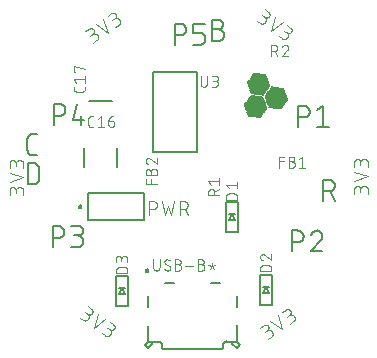
<source format=gbr>
G04 EAGLE Gerber RS-274X export*
G75*
%MOMM*%
%FSLAX34Y34*%
%LPD*%
%INSilkscreen Top*%
%IPPOS*%
%AMOC8*
5,1,8,0,0,1.08239X$1,22.5*%
G01*
%ADD10C,0.101600*%
%ADD11C,0.152400*%
%ADD12R,0.014731X0.014731*%
%ADD13R,0.147319X0.014731*%
%ADD14R,0.265175X0.014731*%
%ADD15R,0.383031X0.014731*%
%ADD16R,0.515619X0.014731*%
%ADD17R,0.633475X0.014731*%
%ADD18R,0.751331X0.014731*%
%ADD19R,0.883919X0.014731*%
%ADD20R,1.001775X0.014731*%
%ADD21R,1.119631X0.014731*%
%ADD22R,1.134363X0.014731*%
%ADD23R,1.149094X0.014731*%
%ADD24R,1.163825X0.014731*%
%ADD25R,1.178556X0.014731*%
%ADD26R,1.193288X0.014731*%
%ADD27R,1.222756X0.014731*%
%ADD28R,1.237488X0.014731*%
%ADD29R,1.266950X0.014731*%
%ADD30R,1.281681X0.014731*%
%ADD31R,1.311144X0.014731*%
%ADD32R,1.325881X0.014731*%
%ADD33R,1.355344X0.014731*%
%ADD34R,1.370075X0.014731*%
%ADD35R,1.384806X0.014731*%
%ADD36R,1.399538X0.014731*%
%ADD37R,1.414275X0.014731*%
%ADD38R,1.443738X0.014731*%
%ADD39R,1.458469X0.014731*%
%ADD40R,1.487931X0.014731*%
%ADD41R,1.502663X0.014731*%
%ADD42R,1.517394X0.014731*%
%ADD43R,1.532125X0.014731*%
%ADD44R,1.546856X0.014731*%
%ADD45R,1.576319X0.014731*%
%ADD46R,1.605788X0.014731*%
%ADD47R,1.620519X0.014731*%
%ADD48R,1.649981X0.014731*%
%ADD49R,1.664713X0.014731*%
%ADD50R,1.694175X0.014731*%
%ADD51R,1.708913X0.014731*%
%ADD52R,1.738375X0.014731*%
%ADD53R,1.753106X0.014731*%
%ADD54R,1.767838X0.014731*%
%ADD55R,1.782569X0.014731*%
%ADD56R,1.797306X0.014731*%
%ADD57R,0.117856X0.014731*%
%ADD58R,1.826769X0.014731*%
%ADD59R,0.235713X0.014731*%
%ADD60R,0.353569X0.014731*%
%ADD61R,1.856231X0.014731*%
%ADD62R,0.486156X0.014731*%
%ADD63R,1.870963X0.014731*%
%ADD64R,0.604013X0.014731*%
%ADD65R,0.721869X0.014731*%
%ADD66R,1.885694X0.014731*%
%ADD67R,0.839719X0.014731*%
%ADD68R,0.972306X0.014731*%
%ADD69R,1.090169X0.014731*%
%ADD70R,1.208025X0.014731*%
%ADD71R,1.252219X0.014731*%
%ADD72R,1.296412X0.014731*%
%ADD73R,1.340612X0.014731*%
%ADD74R,1.826763X0.014731*%
%ADD75R,1.414269X0.014731*%
%ADD76R,1.812031X0.014731*%
%ADD77R,1.429000X0.014731*%
%ADD78R,1.458462X0.014731*%
%ADD79R,1.473200X0.014731*%
%ADD80R,1.723644X0.014731*%
%ADD81R,1.694181X0.014731*%
%ADD82R,1.679450X0.014731*%
%ADD83R,1.561594X0.014731*%
%ADD84R,1.576325X0.014731*%
%ADD85R,1.591056X0.014731*%
%ADD86R,1.635250X0.014731*%
%ADD87R,1.561588X0.014731*%
%ADD88R,1.443731X0.014731*%
%ADD89R,1.797300X0.014731*%
%ADD90R,1.841500X0.014731*%
%ADD91R,1.311150X0.014731*%
%ADD92R,1.296419X0.014731*%
%ADD93R,1.193294X0.014731*%
%ADD94R,0.957575X0.014731*%
%ADD95R,0.589281X0.014731*%
%ADD96R,0.471425X0.014731*%
%ADD97R,0.220975X0.014731*%
%ADD98R,1.812038X0.014731*%
%ADD99R,0.103119X0.014731*%
%ADD100R,0.029463X0.014731*%
%ADD101R,0.162050X0.014731*%
%ADD102R,0.397763X0.014731*%
%ADD103R,0.648206X0.014731*%
%ADD104R,1.679444X0.014731*%
%ADD105R,1.016506X0.014731*%
%ADD106R,1.104900X0.014731*%
%ADD107R,1.222750X0.014731*%
%ADD108R,1.429006X0.014731*%
%ADD109R,1.208019X0.014731*%
%ADD110R,0.987044X0.014731*%
%ADD111R,0.854456X0.014731*%
%ADD112R,0.618744X0.014731*%
%ADD113R,0.500888X0.014731*%
%ADD114R,0.368300X0.014731*%
%ADD115R,0.132587X0.014731*%
%ADD116R,1.664719X0.014731*%
%ADD117R,1.075438X0.014731*%
%ADD118R,0.942844X0.014731*%
%ADD119R,0.707131X0.014731*%
%ADD120R,0.456694X0.014731*%
%ADD121R,0.088388X0.014731*%
%ADD122C,0.127000*%
%ADD123C,0.076200*%
%ADD124C,0.150000*%
%ADD125C,0.200000*%


D10*
X403047Y478072D02*
X405705Y476210D01*
X405799Y476147D01*
X405895Y476087D01*
X405993Y476030D01*
X406093Y475977D01*
X406195Y475927D01*
X406299Y475881D01*
X406404Y475839D01*
X406510Y475800D01*
X406618Y475765D01*
X406727Y475734D01*
X406837Y475706D01*
X406948Y475683D01*
X407059Y475663D01*
X407171Y475647D01*
X407284Y475635D01*
X407397Y475627D01*
X407510Y475623D01*
X407624Y475623D01*
X407737Y475627D01*
X407850Y475635D01*
X407963Y475647D01*
X408075Y475663D01*
X408186Y475683D01*
X408297Y475706D01*
X408407Y475734D01*
X408516Y475765D01*
X408624Y475800D01*
X408730Y475839D01*
X408835Y475881D01*
X408939Y475927D01*
X409041Y475977D01*
X409141Y476030D01*
X409239Y476087D01*
X409335Y476147D01*
X409429Y476210D01*
X409520Y476277D01*
X409610Y476346D01*
X409697Y476419D01*
X409781Y476495D01*
X409862Y476574D01*
X409941Y476655D01*
X410017Y476739D01*
X410090Y476826D01*
X410159Y476916D01*
X410226Y477007D01*
X410289Y477101D01*
X410349Y477197D01*
X410406Y477295D01*
X410459Y477395D01*
X410509Y477497D01*
X410555Y477601D01*
X410597Y477706D01*
X410636Y477812D01*
X410671Y477920D01*
X410702Y478029D01*
X410730Y478139D01*
X410753Y478250D01*
X410773Y478361D01*
X410789Y478473D01*
X410801Y478586D01*
X410809Y478699D01*
X410813Y478812D01*
X410813Y478926D01*
X410809Y479039D01*
X410801Y479152D01*
X410789Y479265D01*
X410773Y479377D01*
X410753Y479488D01*
X410730Y479599D01*
X410702Y479709D01*
X410671Y479818D01*
X410636Y479926D01*
X410597Y480032D01*
X410555Y480137D01*
X410509Y480241D01*
X410459Y480343D01*
X410406Y480443D01*
X410349Y480541D01*
X410289Y480637D01*
X410226Y480731D01*
X410159Y480822D01*
X410090Y480912D01*
X410017Y480999D01*
X409941Y481083D01*
X409862Y481164D01*
X409781Y481243D01*
X409697Y481319D01*
X409610Y481392D01*
X409521Y481461D01*
X409429Y481528D01*
X412939Y485409D02*
X409748Y487643D01*
X412938Y485409D02*
X413019Y485349D01*
X413098Y485287D01*
X413175Y485221D01*
X413249Y485153D01*
X413320Y485082D01*
X413388Y485008D01*
X413454Y484931D01*
X413516Y484852D01*
X413576Y484771D01*
X413632Y484687D01*
X413685Y484602D01*
X413734Y484514D01*
X413780Y484425D01*
X413823Y484333D01*
X413862Y484240D01*
X413897Y484146D01*
X413929Y484051D01*
X413957Y483954D01*
X413981Y483856D01*
X414001Y483758D01*
X414018Y483658D01*
X414030Y483558D01*
X414039Y483458D01*
X414044Y483358D01*
X414045Y483257D01*
X414042Y483156D01*
X414035Y483056D01*
X414024Y482956D01*
X414010Y482856D01*
X413991Y482757D01*
X413969Y482659D01*
X413943Y482562D01*
X413913Y482465D01*
X413880Y482371D01*
X413843Y482277D01*
X413802Y482185D01*
X413757Y482094D01*
X413710Y482006D01*
X413658Y481919D01*
X413604Y481835D01*
X413546Y481752D01*
X413485Y481672D01*
X413421Y481594D01*
X413354Y481519D01*
X413285Y481446D01*
X413212Y481377D01*
X413137Y481310D01*
X413059Y481246D01*
X412979Y481185D01*
X412896Y481127D01*
X412812Y481073D01*
X412725Y481021D01*
X412637Y480974D01*
X412546Y480929D01*
X412454Y480888D01*
X412360Y480851D01*
X412266Y480818D01*
X412169Y480788D01*
X412072Y480762D01*
X411974Y480740D01*
X411875Y480721D01*
X411775Y480707D01*
X411675Y480696D01*
X411575Y480689D01*
X411474Y480686D01*
X411373Y480687D01*
X411273Y480692D01*
X411173Y480701D01*
X411073Y480713D01*
X410973Y480730D01*
X410875Y480750D01*
X410777Y480774D01*
X410680Y480802D01*
X410585Y480834D01*
X410491Y480869D01*
X410398Y480908D01*
X410306Y480951D01*
X410217Y480997D01*
X410129Y481046D01*
X410044Y481099D01*
X409960Y481155D01*
X407833Y482645D01*
X418579Y481459D02*
X415068Y469654D01*
X424960Y476992D01*
X421772Y464960D02*
X424431Y463098D01*
X424525Y463035D01*
X424621Y462975D01*
X424719Y462918D01*
X424819Y462865D01*
X424921Y462815D01*
X425025Y462769D01*
X425130Y462727D01*
X425236Y462688D01*
X425344Y462653D01*
X425453Y462622D01*
X425563Y462594D01*
X425674Y462571D01*
X425785Y462551D01*
X425897Y462535D01*
X426010Y462523D01*
X426123Y462515D01*
X426236Y462511D01*
X426350Y462511D01*
X426463Y462515D01*
X426576Y462523D01*
X426689Y462535D01*
X426801Y462551D01*
X426912Y462571D01*
X427023Y462594D01*
X427133Y462622D01*
X427242Y462653D01*
X427350Y462688D01*
X427456Y462727D01*
X427561Y462769D01*
X427665Y462815D01*
X427767Y462865D01*
X427867Y462918D01*
X427965Y462975D01*
X428061Y463035D01*
X428155Y463098D01*
X428246Y463165D01*
X428336Y463234D01*
X428423Y463307D01*
X428507Y463383D01*
X428588Y463462D01*
X428667Y463543D01*
X428743Y463627D01*
X428816Y463714D01*
X428885Y463804D01*
X428952Y463895D01*
X429015Y463989D01*
X429075Y464085D01*
X429132Y464183D01*
X429185Y464283D01*
X429235Y464385D01*
X429281Y464489D01*
X429323Y464594D01*
X429362Y464700D01*
X429397Y464808D01*
X429428Y464917D01*
X429456Y465027D01*
X429479Y465138D01*
X429499Y465249D01*
X429515Y465361D01*
X429527Y465474D01*
X429535Y465587D01*
X429539Y465700D01*
X429539Y465814D01*
X429535Y465927D01*
X429527Y466040D01*
X429515Y466153D01*
X429499Y466265D01*
X429479Y466376D01*
X429456Y466487D01*
X429428Y466597D01*
X429397Y466706D01*
X429362Y466814D01*
X429323Y466920D01*
X429281Y467025D01*
X429235Y467129D01*
X429185Y467231D01*
X429132Y467331D01*
X429075Y467429D01*
X429015Y467525D01*
X428952Y467619D01*
X428885Y467710D01*
X428816Y467800D01*
X428743Y467887D01*
X428667Y467971D01*
X428588Y468052D01*
X428507Y468131D01*
X428423Y468207D01*
X428336Y468280D01*
X428247Y468349D01*
X428155Y468416D01*
X431664Y472297D02*
X428474Y474531D01*
X431664Y472297D02*
X431745Y472237D01*
X431824Y472175D01*
X431901Y472109D01*
X431975Y472041D01*
X432046Y471970D01*
X432114Y471896D01*
X432180Y471819D01*
X432242Y471740D01*
X432302Y471659D01*
X432358Y471575D01*
X432411Y471490D01*
X432460Y471402D01*
X432506Y471313D01*
X432549Y471221D01*
X432588Y471128D01*
X432623Y471034D01*
X432655Y470939D01*
X432683Y470842D01*
X432707Y470744D01*
X432727Y470646D01*
X432744Y470546D01*
X432756Y470446D01*
X432765Y470346D01*
X432770Y470246D01*
X432771Y470145D01*
X432768Y470044D01*
X432761Y469944D01*
X432750Y469844D01*
X432736Y469744D01*
X432717Y469645D01*
X432695Y469547D01*
X432669Y469450D01*
X432639Y469353D01*
X432606Y469259D01*
X432569Y469165D01*
X432528Y469073D01*
X432483Y468982D01*
X432436Y468894D01*
X432384Y468807D01*
X432330Y468723D01*
X432272Y468640D01*
X432211Y468560D01*
X432147Y468482D01*
X432080Y468407D01*
X432011Y468334D01*
X431938Y468265D01*
X431863Y468198D01*
X431785Y468134D01*
X431705Y468073D01*
X431622Y468015D01*
X431538Y467961D01*
X431451Y467909D01*
X431363Y467862D01*
X431272Y467817D01*
X431180Y467776D01*
X431086Y467739D01*
X430992Y467706D01*
X430895Y467676D01*
X430798Y467650D01*
X430700Y467628D01*
X430601Y467609D01*
X430501Y467595D01*
X430401Y467584D01*
X430301Y467577D01*
X430200Y467574D01*
X430099Y467575D01*
X429999Y467580D01*
X429899Y467589D01*
X429799Y467601D01*
X429699Y467618D01*
X429601Y467638D01*
X429503Y467662D01*
X429406Y467690D01*
X429311Y467722D01*
X429217Y467757D01*
X429124Y467796D01*
X429032Y467839D01*
X428943Y467885D01*
X428855Y467934D01*
X428770Y467987D01*
X428686Y468043D01*
X426559Y469533D01*
X497242Y334770D02*
X497242Y331524D01*
X497242Y334770D02*
X497240Y334883D01*
X497234Y334996D01*
X497224Y335109D01*
X497210Y335222D01*
X497193Y335334D01*
X497171Y335445D01*
X497146Y335555D01*
X497116Y335665D01*
X497083Y335773D01*
X497046Y335880D01*
X497006Y335986D01*
X496961Y336090D01*
X496913Y336193D01*
X496862Y336294D01*
X496807Y336393D01*
X496749Y336490D01*
X496687Y336585D01*
X496622Y336678D01*
X496554Y336768D01*
X496483Y336856D01*
X496408Y336942D01*
X496331Y337025D01*
X496251Y337105D01*
X496168Y337182D01*
X496082Y337257D01*
X495994Y337328D01*
X495904Y337396D01*
X495811Y337461D01*
X495716Y337523D01*
X495619Y337581D01*
X495520Y337636D01*
X495419Y337687D01*
X495316Y337735D01*
X495212Y337780D01*
X495106Y337820D01*
X494999Y337857D01*
X494891Y337890D01*
X494781Y337920D01*
X494671Y337945D01*
X494560Y337967D01*
X494448Y337984D01*
X494335Y337998D01*
X494222Y338008D01*
X494109Y338014D01*
X493996Y338016D01*
X493883Y338014D01*
X493770Y338008D01*
X493657Y337998D01*
X493544Y337984D01*
X493432Y337967D01*
X493321Y337945D01*
X493211Y337920D01*
X493101Y337890D01*
X492993Y337857D01*
X492886Y337820D01*
X492780Y337780D01*
X492676Y337735D01*
X492573Y337687D01*
X492472Y337636D01*
X492373Y337581D01*
X492276Y337523D01*
X492181Y337461D01*
X492088Y337396D01*
X491998Y337328D01*
X491910Y337257D01*
X491824Y337182D01*
X491741Y337105D01*
X491661Y337025D01*
X491584Y336942D01*
X491509Y336856D01*
X491438Y336768D01*
X491370Y336678D01*
X491305Y336585D01*
X491243Y336490D01*
X491185Y336393D01*
X491130Y336294D01*
X491079Y336193D01*
X491031Y336090D01*
X490986Y335986D01*
X490946Y335880D01*
X490909Y335773D01*
X490876Y335665D01*
X490846Y335555D01*
X490821Y335445D01*
X490799Y335334D01*
X490782Y335222D01*
X490768Y335109D01*
X490758Y334996D01*
X490752Y334883D01*
X490750Y334770D01*
X485558Y335419D02*
X485558Y331524D01*
X485558Y335419D02*
X485560Y335520D01*
X485566Y335620D01*
X485576Y335720D01*
X485589Y335820D01*
X485607Y335919D01*
X485628Y336018D01*
X485653Y336115D01*
X485682Y336212D01*
X485715Y336307D01*
X485751Y336401D01*
X485791Y336493D01*
X485834Y336584D01*
X485881Y336673D01*
X485931Y336760D01*
X485985Y336846D01*
X486042Y336929D01*
X486102Y337009D01*
X486165Y337088D01*
X486232Y337164D01*
X486301Y337237D01*
X486373Y337307D01*
X486447Y337375D01*
X486524Y337440D01*
X486604Y337501D01*
X486686Y337560D01*
X486770Y337615D01*
X486856Y337667D01*
X486944Y337716D01*
X487034Y337761D01*
X487126Y337803D01*
X487219Y337841D01*
X487314Y337875D01*
X487409Y337906D01*
X487506Y337933D01*
X487604Y337956D01*
X487703Y337976D01*
X487803Y337991D01*
X487903Y338003D01*
X488003Y338011D01*
X488104Y338015D01*
X488204Y338015D01*
X488305Y338011D01*
X488405Y338003D01*
X488505Y337991D01*
X488605Y337976D01*
X488704Y337956D01*
X488802Y337933D01*
X488899Y337906D01*
X488994Y337875D01*
X489089Y337841D01*
X489182Y337803D01*
X489274Y337761D01*
X489364Y337716D01*
X489452Y337667D01*
X489538Y337615D01*
X489622Y337560D01*
X489704Y337501D01*
X489784Y337440D01*
X489861Y337375D01*
X489935Y337307D01*
X490007Y337237D01*
X490076Y337164D01*
X490143Y337088D01*
X490206Y337009D01*
X490266Y336929D01*
X490323Y336846D01*
X490377Y336760D01*
X490427Y336673D01*
X490474Y336584D01*
X490517Y336493D01*
X490557Y336401D01*
X490593Y336307D01*
X490626Y336212D01*
X490655Y336115D01*
X490680Y336018D01*
X490701Y335919D01*
X490719Y335820D01*
X490732Y335720D01*
X490742Y335620D01*
X490748Y335520D01*
X490750Y335419D01*
X490751Y335419D02*
X490751Y332823D01*
X485558Y342305D02*
X497242Y346200D01*
X485558Y350095D01*
X497242Y354384D02*
X497242Y357630D01*
X497240Y357743D01*
X497234Y357856D01*
X497224Y357969D01*
X497210Y358082D01*
X497193Y358194D01*
X497171Y358305D01*
X497146Y358415D01*
X497116Y358525D01*
X497083Y358633D01*
X497046Y358740D01*
X497006Y358846D01*
X496961Y358950D01*
X496913Y359053D01*
X496862Y359154D01*
X496807Y359253D01*
X496749Y359350D01*
X496687Y359445D01*
X496622Y359538D01*
X496554Y359628D01*
X496483Y359716D01*
X496408Y359802D01*
X496331Y359885D01*
X496251Y359965D01*
X496168Y360042D01*
X496082Y360117D01*
X495994Y360188D01*
X495904Y360256D01*
X495811Y360321D01*
X495716Y360383D01*
X495619Y360441D01*
X495520Y360496D01*
X495419Y360547D01*
X495316Y360595D01*
X495212Y360640D01*
X495106Y360680D01*
X494999Y360717D01*
X494891Y360750D01*
X494781Y360780D01*
X494671Y360805D01*
X494560Y360827D01*
X494448Y360844D01*
X494335Y360858D01*
X494222Y360868D01*
X494109Y360874D01*
X493996Y360876D01*
X493883Y360874D01*
X493770Y360868D01*
X493657Y360858D01*
X493544Y360844D01*
X493432Y360827D01*
X493321Y360805D01*
X493211Y360780D01*
X493101Y360750D01*
X492993Y360717D01*
X492886Y360680D01*
X492780Y360640D01*
X492676Y360595D01*
X492573Y360547D01*
X492472Y360496D01*
X492373Y360441D01*
X492276Y360383D01*
X492181Y360321D01*
X492088Y360256D01*
X491998Y360188D01*
X491910Y360117D01*
X491824Y360042D01*
X491741Y359965D01*
X491661Y359885D01*
X491584Y359802D01*
X491509Y359716D01*
X491438Y359628D01*
X491370Y359538D01*
X491305Y359445D01*
X491243Y359350D01*
X491185Y359253D01*
X491130Y359154D01*
X491079Y359053D01*
X491031Y358950D01*
X490986Y358846D01*
X490946Y358740D01*
X490909Y358633D01*
X490876Y358525D01*
X490846Y358415D01*
X490821Y358305D01*
X490799Y358194D01*
X490782Y358082D01*
X490768Y357969D01*
X490758Y357856D01*
X490752Y357743D01*
X490750Y357630D01*
X485558Y358279D02*
X485558Y354384D01*
X485558Y358279D02*
X485560Y358380D01*
X485566Y358480D01*
X485576Y358580D01*
X485589Y358680D01*
X485607Y358779D01*
X485628Y358878D01*
X485653Y358975D01*
X485682Y359072D01*
X485715Y359167D01*
X485751Y359261D01*
X485791Y359353D01*
X485834Y359444D01*
X485881Y359533D01*
X485931Y359620D01*
X485985Y359706D01*
X486042Y359789D01*
X486102Y359869D01*
X486165Y359948D01*
X486232Y360024D01*
X486301Y360097D01*
X486373Y360167D01*
X486447Y360235D01*
X486524Y360300D01*
X486604Y360361D01*
X486686Y360420D01*
X486770Y360475D01*
X486856Y360527D01*
X486944Y360576D01*
X487034Y360621D01*
X487126Y360663D01*
X487219Y360701D01*
X487314Y360735D01*
X487409Y360766D01*
X487506Y360793D01*
X487604Y360816D01*
X487703Y360836D01*
X487803Y360851D01*
X487903Y360863D01*
X488003Y360871D01*
X488104Y360875D01*
X488204Y360875D01*
X488305Y360871D01*
X488405Y360863D01*
X488505Y360851D01*
X488605Y360836D01*
X488704Y360816D01*
X488802Y360793D01*
X488899Y360766D01*
X488994Y360735D01*
X489089Y360701D01*
X489182Y360663D01*
X489274Y360621D01*
X489364Y360576D01*
X489452Y360527D01*
X489538Y360475D01*
X489622Y360420D01*
X489704Y360361D01*
X489784Y360300D01*
X489861Y360235D01*
X489935Y360167D01*
X490007Y360097D01*
X490076Y360024D01*
X490143Y359948D01*
X490206Y359869D01*
X490266Y359789D01*
X490323Y359706D01*
X490377Y359620D01*
X490427Y359533D01*
X490474Y359444D01*
X490517Y359353D01*
X490557Y359261D01*
X490593Y359167D01*
X490626Y359072D01*
X490655Y358975D01*
X490680Y358878D01*
X490701Y358779D01*
X490719Y358680D01*
X490732Y358580D01*
X490742Y358480D01*
X490748Y358380D01*
X490750Y358279D01*
X490751Y358279D02*
X490751Y355683D01*
X415201Y210302D02*
X412542Y208440D01*
X415201Y210301D02*
X415292Y210368D01*
X415382Y210437D01*
X415469Y210510D01*
X415553Y210586D01*
X415634Y210665D01*
X415713Y210746D01*
X415789Y210830D01*
X415862Y210917D01*
X415931Y211007D01*
X415998Y211098D01*
X416061Y211192D01*
X416121Y211288D01*
X416178Y211386D01*
X416231Y211486D01*
X416281Y211588D01*
X416327Y211692D01*
X416369Y211797D01*
X416408Y211903D01*
X416443Y212011D01*
X416474Y212120D01*
X416502Y212230D01*
X416525Y212341D01*
X416545Y212452D01*
X416561Y212564D01*
X416573Y212677D01*
X416581Y212790D01*
X416585Y212903D01*
X416585Y213017D01*
X416581Y213130D01*
X416573Y213243D01*
X416561Y213356D01*
X416545Y213468D01*
X416525Y213579D01*
X416502Y213690D01*
X416474Y213800D01*
X416443Y213909D01*
X416408Y214017D01*
X416369Y214123D01*
X416327Y214228D01*
X416281Y214332D01*
X416231Y214434D01*
X416178Y214534D01*
X416121Y214632D01*
X416061Y214728D01*
X415998Y214822D01*
X415931Y214913D01*
X415862Y215003D01*
X415789Y215090D01*
X415713Y215174D01*
X415634Y215255D01*
X415553Y215334D01*
X415469Y215410D01*
X415382Y215483D01*
X415293Y215552D01*
X415201Y215619D01*
X415107Y215682D01*
X415011Y215742D01*
X414913Y215799D01*
X414813Y215852D01*
X414711Y215902D01*
X414607Y215948D01*
X414502Y215990D01*
X414396Y216029D01*
X414288Y216064D01*
X414179Y216095D01*
X414069Y216123D01*
X413958Y216146D01*
X413847Y216166D01*
X413735Y216182D01*
X413622Y216194D01*
X413509Y216202D01*
X413396Y216206D01*
X413282Y216206D01*
X413169Y216202D01*
X413056Y216194D01*
X412943Y216182D01*
X412831Y216166D01*
X412720Y216146D01*
X412609Y216123D01*
X412499Y216095D01*
X412390Y216064D01*
X412282Y216029D01*
X412176Y215990D01*
X412071Y215948D01*
X411967Y215902D01*
X411865Y215852D01*
X411765Y215799D01*
X411667Y215742D01*
X411571Y215682D01*
X411477Y215619D01*
X409031Y220245D02*
X405841Y218011D01*
X409031Y220245D02*
X409115Y220301D01*
X409200Y220354D01*
X409288Y220403D01*
X409377Y220449D01*
X409469Y220492D01*
X409562Y220531D01*
X409656Y220566D01*
X409751Y220598D01*
X409848Y220626D01*
X409946Y220650D01*
X410044Y220670D01*
X410144Y220687D01*
X410244Y220699D01*
X410344Y220708D01*
X410445Y220713D01*
X410545Y220714D01*
X410646Y220711D01*
X410746Y220704D01*
X410846Y220693D01*
X410946Y220679D01*
X411045Y220660D01*
X411143Y220638D01*
X411240Y220612D01*
X411337Y220582D01*
X411432Y220549D01*
X411525Y220512D01*
X411617Y220471D01*
X411708Y220426D01*
X411796Y220379D01*
X411883Y220327D01*
X411967Y220273D01*
X412050Y220215D01*
X412130Y220154D01*
X412208Y220090D01*
X412283Y220023D01*
X412356Y219954D01*
X412425Y219881D01*
X412492Y219806D01*
X412556Y219728D01*
X412617Y219648D01*
X412675Y219565D01*
X412729Y219481D01*
X412781Y219394D01*
X412828Y219306D01*
X412873Y219215D01*
X412914Y219123D01*
X412951Y219029D01*
X412984Y218935D01*
X413014Y218838D01*
X413040Y218741D01*
X413062Y218643D01*
X413081Y218544D01*
X413095Y218444D01*
X413106Y218344D01*
X413113Y218244D01*
X413116Y218143D01*
X413115Y218043D01*
X413110Y217942D01*
X413101Y217842D01*
X413089Y217742D01*
X413072Y217642D01*
X413052Y217544D01*
X413028Y217446D01*
X413000Y217349D01*
X412968Y217254D01*
X412933Y217160D01*
X412894Y217067D01*
X412851Y216975D01*
X412805Y216886D01*
X412756Y216798D01*
X412703Y216713D01*
X412647Y216629D01*
X412587Y216548D01*
X412525Y216469D01*
X412459Y216392D01*
X412391Y216318D01*
X412320Y216247D01*
X412246Y216179D01*
X412169Y216113D01*
X412090Y216051D01*
X412009Y215991D01*
X409883Y214502D01*
X414672Y224195D02*
X424564Y216857D01*
X421052Y228662D01*
X431268Y221552D02*
X433927Y223413D01*
X434018Y223480D01*
X434108Y223549D01*
X434195Y223622D01*
X434279Y223698D01*
X434360Y223777D01*
X434439Y223858D01*
X434515Y223942D01*
X434588Y224029D01*
X434657Y224119D01*
X434724Y224210D01*
X434787Y224304D01*
X434847Y224400D01*
X434904Y224498D01*
X434957Y224598D01*
X435007Y224700D01*
X435053Y224804D01*
X435095Y224909D01*
X435134Y225015D01*
X435169Y225123D01*
X435200Y225232D01*
X435228Y225342D01*
X435251Y225453D01*
X435271Y225564D01*
X435287Y225676D01*
X435299Y225789D01*
X435307Y225902D01*
X435311Y226015D01*
X435311Y226129D01*
X435307Y226242D01*
X435299Y226355D01*
X435287Y226468D01*
X435271Y226580D01*
X435251Y226691D01*
X435228Y226802D01*
X435200Y226912D01*
X435169Y227021D01*
X435134Y227129D01*
X435095Y227235D01*
X435053Y227340D01*
X435007Y227444D01*
X434957Y227546D01*
X434904Y227646D01*
X434847Y227744D01*
X434787Y227840D01*
X434724Y227934D01*
X434657Y228025D01*
X434588Y228115D01*
X434515Y228202D01*
X434439Y228286D01*
X434360Y228367D01*
X434279Y228446D01*
X434195Y228522D01*
X434108Y228595D01*
X434019Y228664D01*
X433927Y228731D01*
X433833Y228794D01*
X433737Y228854D01*
X433639Y228911D01*
X433539Y228964D01*
X433437Y229014D01*
X433333Y229060D01*
X433228Y229102D01*
X433122Y229141D01*
X433014Y229176D01*
X432905Y229207D01*
X432795Y229235D01*
X432684Y229258D01*
X432573Y229278D01*
X432461Y229294D01*
X432348Y229306D01*
X432235Y229314D01*
X432122Y229318D01*
X432008Y229318D01*
X431895Y229314D01*
X431782Y229306D01*
X431669Y229294D01*
X431557Y229278D01*
X431446Y229258D01*
X431335Y229235D01*
X431225Y229207D01*
X431116Y229176D01*
X431008Y229141D01*
X430902Y229102D01*
X430797Y229060D01*
X430693Y229014D01*
X430591Y228964D01*
X430491Y228911D01*
X430393Y228854D01*
X430297Y228794D01*
X430203Y228731D01*
X427757Y233357D02*
X424566Y231123D01*
X427757Y233357D02*
X427841Y233413D01*
X427926Y233466D01*
X428014Y233515D01*
X428103Y233561D01*
X428195Y233604D01*
X428288Y233643D01*
X428382Y233678D01*
X428477Y233710D01*
X428574Y233738D01*
X428672Y233762D01*
X428770Y233782D01*
X428870Y233799D01*
X428970Y233811D01*
X429070Y233820D01*
X429171Y233825D01*
X429271Y233826D01*
X429372Y233823D01*
X429472Y233816D01*
X429572Y233805D01*
X429672Y233791D01*
X429771Y233772D01*
X429869Y233750D01*
X429966Y233724D01*
X430063Y233694D01*
X430158Y233661D01*
X430251Y233624D01*
X430343Y233583D01*
X430434Y233538D01*
X430522Y233491D01*
X430609Y233439D01*
X430693Y233385D01*
X430776Y233327D01*
X430856Y233266D01*
X430934Y233202D01*
X431009Y233135D01*
X431082Y233066D01*
X431151Y232993D01*
X431218Y232918D01*
X431282Y232840D01*
X431343Y232760D01*
X431401Y232677D01*
X431455Y232593D01*
X431507Y232506D01*
X431554Y232418D01*
X431599Y232327D01*
X431640Y232235D01*
X431677Y232141D01*
X431710Y232047D01*
X431740Y231950D01*
X431766Y231853D01*
X431788Y231755D01*
X431807Y231656D01*
X431821Y231556D01*
X431832Y231456D01*
X431839Y231356D01*
X431842Y231255D01*
X431841Y231155D01*
X431836Y231054D01*
X431827Y230954D01*
X431815Y230854D01*
X431798Y230754D01*
X431778Y230656D01*
X431754Y230558D01*
X431726Y230461D01*
X431694Y230366D01*
X431659Y230272D01*
X431620Y230179D01*
X431577Y230087D01*
X431531Y229998D01*
X431482Y229910D01*
X431429Y229825D01*
X431373Y229741D01*
X431313Y229660D01*
X431251Y229581D01*
X431185Y229504D01*
X431117Y229430D01*
X431046Y229359D01*
X430972Y229291D01*
X430895Y229225D01*
X430816Y229163D01*
X430735Y229103D01*
X428608Y227614D01*
X255806Y224810D02*
X253148Y226672D01*
X255806Y224810D02*
X255900Y224747D01*
X255996Y224687D01*
X256094Y224630D01*
X256194Y224577D01*
X256296Y224527D01*
X256400Y224481D01*
X256505Y224439D01*
X256611Y224400D01*
X256719Y224365D01*
X256828Y224334D01*
X256938Y224306D01*
X257049Y224283D01*
X257160Y224263D01*
X257272Y224247D01*
X257385Y224235D01*
X257498Y224227D01*
X257611Y224223D01*
X257725Y224223D01*
X257838Y224227D01*
X257951Y224235D01*
X258064Y224247D01*
X258176Y224263D01*
X258287Y224283D01*
X258398Y224306D01*
X258508Y224334D01*
X258617Y224365D01*
X258725Y224400D01*
X258831Y224439D01*
X258936Y224481D01*
X259040Y224527D01*
X259142Y224577D01*
X259242Y224630D01*
X259340Y224687D01*
X259436Y224747D01*
X259530Y224810D01*
X259621Y224877D01*
X259711Y224946D01*
X259798Y225019D01*
X259882Y225095D01*
X259963Y225174D01*
X260042Y225255D01*
X260118Y225339D01*
X260191Y225426D01*
X260260Y225516D01*
X260327Y225607D01*
X260390Y225701D01*
X260450Y225797D01*
X260507Y225895D01*
X260560Y225995D01*
X260610Y226097D01*
X260656Y226201D01*
X260698Y226306D01*
X260737Y226412D01*
X260772Y226520D01*
X260803Y226629D01*
X260831Y226739D01*
X260854Y226850D01*
X260874Y226961D01*
X260890Y227073D01*
X260902Y227186D01*
X260910Y227299D01*
X260914Y227412D01*
X260914Y227526D01*
X260910Y227639D01*
X260902Y227752D01*
X260890Y227865D01*
X260874Y227977D01*
X260854Y228088D01*
X260831Y228199D01*
X260803Y228309D01*
X260772Y228418D01*
X260737Y228526D01*
X260698Y228632D01*
X260656Y228737D01*
X260610Y228841D01*
X260560Y228943D01*
X260507Y229043D01*
X260450Y229141D01*
X260390Y229237D01*
X260327Y229331D01*
X260260Y229422D01*
X260191Y229512D01*
X260118Y229599D01*
X260042Y229683D01*
X259963Y229764D01*
X259882Y229843D01*
X259798Y229919D01*
X259711Y229992D01*
X259622Y230061D01*
X259530Y230128D01*
X263040Y234009D02*
X259849Y236243D01*
X263039Y234009D02*
X263120Y233949D01*
X263199Y233887D01*
X263276Y233821D01*
X263350Y233753D01*
X263421Y233682D01*
X263489Y233608D01*
X263555Y233531D01*
X263617Y233452D01*
X263677Y233371D01*
X263733Y233287D01*
X263786Y233202D01*
X263835Y233114D01*
X263881Y233025D01*
X263924Y232933D01*
X263963Y232840D01*
X263998Y232746D01*
X264030Y232651D01*
X264058Y232554D01*
X264082Y232456D01*
X264102Y232358D01*
X264119Y232258D01*
X264131Y232158D01*
X264140Y232058D01*
X264145Y231958D01*
X264146Y231857D01*
X264143Y231756D01*
X264136Y231656D01*
X264125Y231556D01*
X264111Y231456D01*
X264092Y231357D01*
X264070Y231259D01*
X264044Y231162D01*
X264014Y231065D01*
X263981Y230971D01*
X263944Y230877D01*
X263903Y230785D01*
X263858Y230694D01*
X263811Y230606D01*
X263759Y230519D01*
X263705Y230435D01*
X263647Y230352D01*
X263586Y230272D01*
X263522Y230194D01*
X263455Y230119D01*
X263386Y230046D01*
X263313Y229977D01*
X263238Y229910D01*
X263160Y229846D01*
X263080Y229785D01*
X262997Y229727D01*
X262913Y229673D01*
X262826Y229621D01*
X262738Y229574D01*
X262647Y229529D01*
X262555Y229488D01*
X262461Y229451D01*
X262367Y229418D01*
X262270Y229388D01*
X262173Y229362D01*
X262075Y229340D01*
X261976Y229321D01*
X261876Y229307D01*
X261776Y229296D01*
X261676Y229289D01*
X261575Y229286D01*
X261474Y229287D01*
X261374Y229292D01*
X261274Y229301D01*
X261174Y229313D01*
X261074Y229330D01*
X260976Y229350D01*
X260878Y229374D01*
X260781Y229402D01*
X260686Y229434D01*
X260592Y229469D01*
X260499Y229508D01*
X260407Y229551D01*
X260318Y229597D01*
X260230Y229646D01*
X260145Y229699D01*
X260061Y229755D01*
X257934Y231245D01*
X268680Y230059D02*
X265169Y218254D01*
X275061Y225592D01*
X271873Y213560D02*
X274532Y211698D01*
X274626Y211635D01*
X274722Y211575D01*
X274820Y211518D01*
X274920Y211465D01*
X275022Y211415D01*
X275126Y211369D01*
X275231Y211327D01*
X275337Y211288D01*
X275445Y211253D01*
X275554Y211222D01*
X275664Y211194D01*
X275775Y211171D01*
X275886Y211151D01*
X275998Y211135D01*
X276111Y211123D01*
X276224Y211115D01*
X276337Y211111D01*
X276451Y211111D01*
X276564Y211115D01*
X276677Y211123D01*
X276790Y211135D01*
X276902Y211151D01*
X277013Y211171D01*
X277124Y211194D01*
X277234Y211222D01*
X277343Y211253D01*
X277451Y211288D01*
X277557Y211327D01*
X277662Y211369D01*
X277766Y211415D01*
X277868Y211465D01*
X277968Y211518D01*
X278066Y211575D01*
X278162Y211635D01*
X278256Y211698D01*
X278347Y211765D01*
X278437Y211834D01*
X278524Y211907D01*
X278608Y211983D01*
X278689Y212062D01*
X278768Y212143D01*
X278844Y212227D01*
X278917Y212314D01*
X278986Y212404D01*
X279053Y212495D01*
X279116Y212589D01*
X279176Y212685D01*
X279233Y212783D01*
X279286Y212883D01*
X279336Y212985D01*
X279382Y213089D01*
X279424Y213194D01*
X279463Y213300D01*
X279498Y213408D01*
X279529Y213517D01*
X279557Y213627D01*
X279580Y213738D01*
X279600Y213849D01*
X279616Y213961D01*
X279628Y214074D01*
X279636Y214187D01*
X279640Y214300D01*
X279640Y214414D01*
X279636Y214527D01*
X279628Y214640D01*
X279616Y214753D01*
X279600Y214865D01*
X279580Y214976D01*
X279557Y215087D01*
X279529Y215197D01*
X279498Y215306D01*
X279463Y215414D01*
X279424Y215520D01*
X279382Y215625D01*
X279336Y215729D01*
X279286Y215831D01*
X279233Y215931D01*
X279176Y216029D01*
X279116Y216125D01*
X279053Y216219D01*
X278986Y216310D01*
X278917Y216400D01*
X278844Y216487D01*
X278768Y216571D01*
X278689Y216652D01*
X278608Y216731D01*
X278524Y216807D01*
X278437Y216880D01*
X278348Y216949D01*
X278256Y217016D01*
X281765Y220897D02*
X278575Y223131D01*
X281765Y220897D02*
X281846Y220837D01*
X281925Y220775D01*
X282002Y220709D01*
X282076Y220641D01*
X282147Y220570D01*
X282215Y220496D01*
X282281Y220419D01*
X282343Y220340D01*
X282403Y220259D01*
X282459Y220175D01*
X282512Y220090D01*
X282561Y220002D01*
X282607Y219913D01*
X282650Y219821D01*
X282689Y219728D01*
X282724Y219634D01*
X282756Y219539D01*
X282784Y219442D01*
X282808Y219344D01*
X282828Y219246D01*
X282845Y219146D01*
X282857Y219046D01*
X282866Y218946D01*
X282871Y218846D01*
X282872Y218745D01*
X282869Y218644D01*
X282862Y218544D01*
X282851Y218444D01*
X282837Y218344D01*
X282818Y218245D01*
X282796Y218147D01*
X282770Y218050D01*
X282740Y217953D01*
X282707Y217859D01*
X282670Y217765D01*
X282629Y217673D01*
X282584Y217582D01*
X282537Y217494D01*
X282485Y217407D01*
X282431Y217323D01*
X282373Y217240D01*
X282312Y217160D01*
X282248Y217082D01*
X282181Y217007D01*
X282112Y216934D01*
X282039Y216865D01*
X281964Y216798D01*
X281886Y216734D01*
X281806Y216673D01*
X281723Y216615D01*
X281639Y216561D01*
X281552Y216509D01*
X281464Y216462D01*
X281373Y216417D01*
X281281Y216376D01*
X281187Y216339D01*
X281093Y216306D01*
X280996Y216276D01*
X280899Y216250D01*
X280801Y216228D01*
X280702Y216209D01*
X280602Y216195D01*
X280502Y216184D01*
X280402Y216177D01*
X280301Y216174D01*
X280200Y216175D01*
X280100Y216180D01*
X280000Y216189D01*
X279900Y216201D01*
X279800Y216218D01*
X279702Y216238D01*
X279604Y216262D01*
X279507Y216290D01*
X279412Y216322D01*
X279318Y216357D01*
X279225Y216396D01*
X279133Y216439D01*
X279044Y216485D01*
X278956Y216534D01*
X278871Y216587D01*
X278787Y216643D01*
X276660Y218133D01*
X205572Y330762D02*
X205572Y334008D01*
X205570Y334121D01*
X205564Y334234D01*
X205554Y334347D01*
X205540Y334460D01*
X205523Y334572D01*
X205501Y334683D01*
X205476Y334793D01*
X205446Y334903D01*
X205413Y335011D01*
X205376Y335118D01*
X205336Y335224D01*
X205291Y335328D01*
X205243Y335431D01*
X205192Y335532D01*
X205137Y335631D01*
X205079Y335728D01*
X205017Y335823D01*
X204952Y335916D01*
X204884Y336006D01*
X204813Y336094D01*
X204738Y336180D01*
X204661Y336263D01*
X204581Y336343D01*
X204498Y336420D01*
X204412Y336495D01*
X204324Y336566D01*
X204234Y336634D01*
X204141Y336699D01*
X204046Y336761D01*
X203949Y336819D01*
X203850Y336874D01*
X203749Y336925D01*
X203646Y336973D01*
X203542Y337018D01*
X203436Y337058D01*
X203329Y337095D01*
X203221Y337128D01*
X203111Y337158D01*
X203001Y337183D01*
X202890Y337205D01*
X202778Y337222D01*
X202665Y337236D01*
X202552Y337246D01*
X202439Y337252D01*
X202326Y337254D01*
X202213Y337252D01*
X202100Y337246D01*
X201987Y337236D01*
X201874Y337222D01*
X201762Y337205D01*
X201651Y337183D01*
X201541Y337158D01*
X201431Y337128D01*
X201323Y337095D01*
X201216Y337058D01*
X201110Y337018D01*
X201006Y336973D01*
X200903Y336925D01*
X200802Y336874D01*
X200703Y336819D01*
X200606Y336761D01*
X200511Y336699D01*
X200418Y336634D01*
X200328Y336566D01*
X200240Y336495D01*
X200154Y336420D01*
X200071Y336343D01*
X199991Y336263D01*
X199914Y336180D01*
X199839Y336094D01*
X199768Y336006D01*
X199700Y335916D01*
X199635Y335823D01*
X199573Y335728D01*
X199515Y335631D01*
X199460Y335532D01*
X199409Y335431D01*
X199361Y335328D01*
X199316Y335224D01*
X199276Y335118D01*
X199239Y335011D01*
X199206Y334903D01*
X199176Y334793D01*
X199151Y334683D01*
X199129Y334572D01*
X199112Y334460D01*
X199098Y334347D01*
X199088Y334234D01*
X199082Y334121D01*
X199080Y334008D01*
X193888Y334657D02*
X193888Y330762D01*
X193888Y334657D02*
X193890Y334758D01*
X193896Y334858D01*
X193906Y334958D01*
X193919Y335058D01*
X193937Y335157D01*
X193958Y335256D01*
X193983Y335353D01*
X194012Y335450D01*
X194045Y335545D01*
X194081Y335639D01*
X194121Y335731D01*
X194164Y335822D01*
X194211Y335911D01*
X194261Y335998D01*
X194315Y336084D01*
X194372Y336167D01*
X194432Y336247D01*
X194495Y336326D01*
X194562Y336402D01*
X194631Y336475D01*
X194703Y336545D01*
X194777Y336613D01*
X194854Y336678D01*
X194934Y336739D01*
X195016Y336798D01*
X195100Y336853D01*
X195186Y336905D01*
X195274Y336954D01*
X195364Y336999D01*
X195456Y337041D01*
X195549Y337079D01*
X195644Y337113D01*
X195739Y337144D01*
X195836Y337171D01*
X195934Y337194D01*
X196033Y337214D01*
X196133Y337229D01*
X196233Y337241D01*
X196333Y337249D01*
X196434Y337253D01*
X196534Y337253D01*
X196635Y337249D01*
X196735Y337241D01*
X196835Y337229D01*
X196935Y337214D01*
X197034Y337194D01*
X197132Y337171D01*
X197229Y337144D01*
X197324Y337113D01*
X197419Y337079D01*
X197512Y337041D01*
X197604Y336999D01*
X197694Y336954D01*
X197782Y336905D01*
X197868Y336853D01*
X197952Y336798D01*
X198034Y336739D01*
X198114Y336678D01*
X198191Y336613D01*
X198265Y336545D01*
X198337Y336475D01*
X198406Y336402D01*
X198473Y336326D01*
X198536Y336247D01*
X198596Y336167D01*
X198653Y336084D01*
X198707Y335998D01*
X198757Y335911D01*
X198804Y335822D01*
X198847Y335731D01*
X198887Y335639D01*
X198923Y335545D01*
X198956Y335450D01*
X198985Y335353D01*
X199010Y335256D01*
X199031Y335157D01*
X199049Y335058D01*
X199062Y334958D01*
X199072Y334858D01*
X199078Y334758D01*
X199080Y334657D01*
X199081Y334657D02*
X199081Y332061D01*
X193888Y341543D02*
X205572Y345438D01*
X193888Y349333D01*
X205572Y353622D02*
X205572Y356868D01*
X205570Y356981D01*
X205564Y357094D01*
X205554Y357207D01*
X205540Y357320D01*
X205523Y357432D01*
X205501Y357543D01*
X205476Y357653D01*
X205446Y357763D01*
X205413Y357871D01*
X205376Y357978D01*
X205336Y358084D01*
X205291Y358188D01*
X205243Y358291D01*
X205192Y358392D01*
X205137Y358491D01*
X205079Y358588D01*
X205017Y358683D01*
X204952Y358776D01*
X204884Y358866D01*
X204813Y358954D01*
X204738Y359040D01*
X204661Y359123D01*
X204581Y359203D01*
X204498Y359280D01*
X204412Y359355D01*
X204324Y359426D01*
X204234Y359494D01*
X204141Y359559D01*
X204046Y359621D01*
X203949Y359679D01*
X203850Y359734D01*
X203749Y359785D01*
X203646Y359833D01*
X203542Y359878D01*
X203436Y359918D01*
X203329Y359955D01*
X203221Y359988D01*
X203111Y360018D01*
X203001Y360043D01*
X202890Y360065D01*
X202778Y360082D01*
X202665Y360096D01*
X202552Y360106D01*
X202439Y360112D01*
X202326Y360114D01*
X202213Y360112D01*
X202100Y360106D01*
X201987Y360096D01*
X201874Y360082D01*
X201762Y360065D01*
X201651Y360043D01*
X201541Y360018D01*
X201431Y359988D01*
X201323Y359955D01*
X201216Y359918D01*
X201110Y359878D01*
X201006Y359833D01*
X200903Y359785D01*
X200802Y359734D01*
X200703Y359679D01*
X200606Y359621D01*
X200511Y359559D01*
X200418Y359494D01*
X200328Y359426D01*
X200240Y359355D01*
X200154Y359280D01*
X200071Y359203D01*
X199991Y359123D01*
X199914Y359040D01*
X199839Y358954D01*
X199768Y358866D01*
X199700Y358776D01*
X199635Y358683D01*
X199573Y358588D01*
X199515Y358491D01*
X199460Y358392D01*
X199409Y358291D01*
X199361Y358188D01*
X199316Y358084D01*
X199276Y357978D01*
X199239Y357871D01*
X199206Y357763D01*
X199176Y357653D01*
X199151Y357543D01*
X199129Y357432D01*
X199112Y357320D01*
X199098Y357207D01*
X199088Y357094D01*
X199082Y356981D01*
X199080Y356868D01*
X193888Y357517D02*
X193888Y353622D01*
X193888Y357517D02*
X193890Y357618D01*
X193896Y357718D01*
X193906Y357818D01*
X193919Y357918D01*
X193937Y358017D01*
X193958Y358116D01*
X193983Y358213D01*
X194012Y358310D01*
X194045Y358405D01*
X194081Y358499D01*
X194121Y358591D01*
X194164Y358682D01*
X194211Y358771D01*
X194261Y358858D01*
X194315Y358944D01*
X194372Y359027D01*
X194432Y359107D01*
X194495Y359186D01*
X194562Y359262D01*
X194631Y359335D01*
X194703Y359405D01*
X194777Y359473D01*
X194854Y359538D01*
X194934Y359599D01*
X195016Y359658D01*
X195100Y359713D01*
X195186Y359765D01*
X195274Y359814D01*
X195364Y359859D01*
X195456Y359901D01*
X195549Y359939D01*
X195644Y359973D01*
X195739Y360004D01*
X195836Y360031D01*
X195934Y360054D01*
X196033Y360074D01*
X196133Y360089D01*
X196233Y360101D01*
X196333Y360109D01*
X196434Y360113D01*
X196534Y360113D01*
X196635Y360109D01*
X196735Y360101D01*
X196835Y360089D01*
X196935Y360074D01*
X197034Y360054D01*
X197132Y360031D01*
X197229Y360004D01*
X197324Y359973D01*
X197419Y359939D01*
X197512Y359901D01*
X197604Y359859D01*
X197694Y359814D01*
X197782Y359765D01*
X197868Y359713D01*
X197952Y359658D01*
X198034Y359599D01*
X198114Y359538D01*
X198191Y359473D01*
X198265Y359405D01*
X198337Y359335D01*
X198406Y359262D01*
X198473Y359186D01*
X198536Y359107D01*
X198596Y359027D01*
X198653Y358944D01*
X198707Y358858D01*
X198757Y358771D01*
X198804Y358682D01*
X198847Y358591D01*
X198887Y358499D01*
X198923Y358405D01*
X198956Y358310D01*
X198985Y358213D01*
X199010Y358116D01*
X199031Y358017D01*
X199049Y357918D01*
X199062Y357818D01*
X199072Y357718D01*
X199078Y357618D01*
X199080Y357517D01*
X199081Y357517D02*
X199081Y354921D01*
X264802Y459459D02*
X267461Y461321D01*
X267461Y461320D02*
X267552Y461387D01*
X267642Y461456D01*
X267729Y461529D01*
X267813Y461605D01*
X267894Y461684D01*
X267973Y461765D01*
X268049Y461849D01*
X268122Y461936D01*
X268191Y462026D01*
X268258Y462117D01*
X268321Y462211D01*
X268381Y462307D01*
X268438Y462405D01*
X268491Y462505D01*
X268541Y462607D01*
X268587Y462711D01*
X268629Y462816D01*
X268668Y462922D01*
X268703Y463030D01*
X268734Y463139D01*
X268762Y463249D01*
X268785Y463360D01*
X268805Y463471D01*
X268821Y463583D01*
X268833Y463696D01*
X268841Y463809D01*
X268845Y463922D01*
X268845Y464036D01*
X268841Y464149D01*
X268833Y464262D01*
X268821Y464375D01*
X268805Y464487D01*
X268785Y464598D01*
X268762Y464709D01*
X268734Y464819D01*
X268703Y464928D01*
X268668Y465036D01*
X268629Y465142D01*
X268587Y465247D01*
X268541Y465351D01*
X268491Y465453D01*
X268438Y465553D01*
X268381Y465651D01*
X268321Y465747D01*
X268258Y465841D01*
X268191Y465932D01*
X268122Y466022D01*
X268049Y466109D01*
X267973Y466193D01*
X267894Y466274D01*
X267813Y466353D01*
X267729Y466429D01*
X267642Y466502D01*
X267553Y466571D01*
X267461Y466638D01*
X267367Y466701D01*
X267271Y466761D01*
X267173Y466818D01*
X267073Y466871D01*
X266971Y466921D01*
X266867Y466967D01*
X266762Y467009D01*
X266656Y467048D01*
X266548Y467083D01*
X266439Y467114D01*
X266329Y467142D01*
X266218Y467165D01*
X266107Y467185D01*
X265995Y467201D01*
X265882Y467213D01*
X265769Y467221D01*
X265656Y467225D01*
X265542Y467225D01*
X265429Y467221D01*
X265316Y467213D01*
X265203Y467201D01*
X265091Y467185D01*
X264980Y467165D01*
X264869Y467142D01*
X264759Y467114D01*
X264650Y467083D01*
X264542Y467048D01*
X264436Y467009D01*
X264331Y466967D01*
X264227Y466921D01*
X264125Y466871D01*
X264025Y466818D01*
X263927Y466761D01*
X263831Y466701D01*
X263737Y466638D01*
X261291Y471264D02*
X258101Y469030D01*
X261291Y471264D02*
X261375Y471320D01*
X261460Y471373D01*
X261548Y471422D01*
X261637Y471468D01*
X261729Y471511D01*
X261822Y471550D01*
X261916Y471585D01*
X262011Y471617D01*
X262108Y471645D01*
X262206Y471669D01*
X262304Y471689D01*
X262404Y471706D01*
X262504Y471718D01*
X262604Y471727D01*
X262705Y471732D01*
X262805Y471733D01*
X262906Y471730D01*
X263006Y471723D01*
X263106Y471712D01*
X263206Y471698D01*
X263305Y471679D01*
X263403Y471657D01*
X263500Y471631D01*
X263597Y471601D01*
X263692Y471568D01*
X263785Y471531D01*
X263877Y471490D01*
X263968Y471445D01*
X264056Y471398D01*
X264143Y471346D01*
X264227Y471292D01*
X264310Y471234D01*
X264390Y471173D01*
X264468Y471109D01*
X264543Y471042D01*
X264616Y470973D01*
X264685Y470900D01*
X264752Y470825D01*
X264816Y470747D01*
X264877Y470667D01*
X264935Y470584D01*
X264989Y470500D01*
X265041Y470413D01*
X265088Y470325D01*
X265133Y470234D01*
X265174Y470142D01*
X265211Y470048D01*
X265244Y469954D01*
X265274Y469857D01*
X265300Y469760D01*
X265322Y469662D01*
X265341Y469563D01*
X265355Y469463D01*
X265366Y469363D01*
X265373Y469263D01*
X265376Y469162D01*
X265375Y469062D01*
X265370Y468961D01*
X265361Y468861D01*
X265349Y468761D01*
X265332Y468661D01*
X265312Y468563D01*
X265288Y468465D01*
X265260Y468368D01*
X265228Y468273D01*
X265193Y468179D01*
X265154Y468086D01*
X265111Y467994D01*
X265065Y467905D01*
X265016Y467817D01*
X264963Y467732D01*
X264907Y467648D01*
X264847Y467567D01*
X264785Y467488D01*
X264719Y467411D01*
X264651Y467337D01*
X264580Y467266D01*
X264506Y467198D01*
X264429Y467132D01*
X264350Y467070D01*
X264269Y467010D01*
X262143Y465521D01*
X266932Y475214D02*
X276824Y467876D01*
X273312Y479681D01*
X283528Y472571D02*
X286187Y474432D01*
X286278Y474499D01*
X286368Y474568D01*
X286455Y474641D01*
X286539Y474717D01*
X286620Y474796D01*
X286699Y474877D01*
X286775Y474961D01*
X286848Y475048D01*
X286917Y475138D01*
X286984Y475229D01*
X287047Y475323D01*
X287107Y475419D01*
X287164Y475517D01*
X287217Y475617D01*
X287267Y475719D01*
X287313Y475823D01*
X287355Y475928D01*
X287394Y476034D01*
X287429Y476142D01*
X287460Y476251D01*
X287488Y476361D01*
X287511Y476472D01*
X287531Y476583D01*
X287547Y476695D01*
X287559Y476808D01*
X287567Y476921D01*
X287571Y477034D01*
X287571Y477148D01*
X287567Y477261D01*
X287559Y477374D01*
X287547Y477487D01*
X287531Y477599D01*
X287511Y477710D01*
X287488Y477821D01*
X287460Y477931D01*
X287429Y478040D01*
X287394Y478148D01*
X287355Y478254D01*
X287313Y478359D01*
X287267Y478463D01*
X287217Y478565D01*
X287164Y478665D01*
X287107Y478763D01*
X287047Y478859D01*
X286984Y478953D01*
X286917Y479044D01*
X286848Y479134D01*
X286775Y479221D01*
X286699Y479305D01*
X286620Y479386D01*
X286539Y479465D01*
X286455Y479541D01*
X286368Y479614D01*
X286279Y479683D01*
X286187Y479750D01*
X286093Y479813D01*
X285997Y479873D01*
X285899Y479930D01*
X285799Y479983D01*
X285697Y480033D01*
X285593Y480079D01*
X285488Y480121D01*
X285382Y480160D01*
X285274Y480195D01*
X285165Y480226D01*
X285055Y480254D01*
X284944Y480277D01*
X284833Y480297D01*
X284721Y480313D01*
X284608Y480325D01*
X284495Y480333D01*
X284382Y480337D01*
X284268Y480337D01*
X284155Y480333D01*
X284042Y480325D01*
X283929Y480313D01*
X283817Y480297D01*
X283706Y480277D01*
X283595Y480254D01*
X283485Y480226D01*
X283376Y480195D01*
X283268Y480160D01*
X283162Y480121D01*
X283057Y480079D01*
X282953Y480033D01*
X282851Y479983D01*
X282751Y479930D01*
X282653Y479873D01*
X282557Y479813D01*
X282463Y479750D01*
X280017Y484376D02*
X276826Y482142D01*
X280017Y484376D02*
X280101Y484432D01*
X280186Y484485D01*
X280274Y484534D01*
X280363Y484580D01*
X280455Y484623D01*
X280548Y484662D01*
X280642Y484697D01*
X280737Y484729D01*
X280834Y484757D01*
X280932Y484781D01*
X281030Y484801D01*
X281130Y484818D01*
X281230Y484830D01*
X281330Y484839D01*
X281431Y484844D01*
X281531Y484845D01*
X281632Y484842D01*
X281732Y484835D01*
X281832Y484824D01*
X281932Y484810D01*
X282031Y484791D01*
X282129Y484769D01*
X282226Y484743D01*
X282323Y484713D01*
X282418Y484680D01*
X282511Y484643D01*
X282603Y484602D01*
X282694Y484557D01*
X282782Y484510D01*
X282869Y484458D01*
X282953Y484404D01*
X283036Y484346D01*
X283116Y484285D01*
X283194Y484221D01*
X283269Y484154D01*
X283342Y484085D01*
X283411Y484012D01*
X283478Y483937D01*
X283542Y483859D01*
X283603Y483779D01*
X283661Y483696D01*
X283715Y483612D01*
X283767Y483525D01*
X283814Y483437D01*
X283859Y483346D01*
X283900Y483254D01*
X283937Y483160D01*
X283970Y483066D01*
X284000Y482969D01*
X284026Y482872D01*
X284048Y482774D01*
X284067Y482675D01*
X284081Y482575D01*
X284092Y482475D01*
X284099Y482375D01*
X284102Y482274D01*
X284101Y482174D01*
X284096Y482073D01*
X284087Y481973D01*
X284075Y481873D01*
X284058Y481773D01*
X284038Y481675D01*
X284014Y481577D01*
X283986Y481480D01*
X283954Y481385D01*
X283919Y481291D01*
X283880Y481198D01*
X283837Y481106D01*
X283791Y481017D01*
X283742Y480929D01*
X283689Y480844D01*
X283633Y480760D01*
X283573Y480679D01*
X283511Y480600D01*
X283445Y480523D01*
X283377Y480449D01*
X283306Y480378D01*
X283232Y480310D01*
X283155Y480244D01*
X283076Y480182D01*
X282995Y480122D01*
X280868Y478633D01*
D11*
X438141Y406175D02*
X438141Y388395D01*
X438141Y406175D02*
X443080Y406175D01*
X443220Y406173D01*
X443359Y406167D01*
X443499Y406157D01*
X443638Y406143D01*
X443777Y406126D01*
X443915Y406104D01*
X444052Y406078D01*
X444189Y406049D01*
X444325Y406016D01*
X444459Y405979D01*
X444593Y405938D01*
X444725Y405893D01*
X444857Y405844D01*
X444986Y405792D01*
X445114Y405737D01*
X445241Y405677D01*
X445366Y405614D01*
X445489Y405548D01*
X445610Y405478D01*
X445729Y405405D01*
X445846Y405328D01*
X445960Y405248D01*
X446073Y405165D01*
X446183Y405079D01*
X446290Y404989D01*
X446395Y404897D01*
X446497Y404802D01*
X446597Y404704D01*
X446694Y404603D01*
X446788Y404499D01*
X446878Y404393D01*
X446966Y404284D01*
X447051Y404173D01*
X447132Y404059D01*
X447211Y403944D01*
X447286Y403826D01*
X447357Y403706D01*
X447425Y403583D01*
X447490Y403460D01*
X447551Y403334D01*
X447609Y403206D01*
X447663Y403078D01*
X447713Y402947D01*
X447760Y402815D01*
X447803Y402682D01*
X447842Y402548D01*
X447877Y402413D01*
X447908Y402277D01*
X447936Y402139D01*
X447959Y402002D01*
X447979Y401863D01*
X447995Y401724D01*
X448007Y401585D01*
X448015Y401446D01*
X448019Y401306D01*
X448019Y401166D01*
X448015Y401026D01*
X448007Y400887D01*
X447995Y400748D01*
X447979Y400609D01*
X447959Y400470D01*
X447936Y400333D01*
X447908Y400195D01*
X447877Y400059D01*
X447842Y399924D01*
X447803Y399790D01*
X447760Y399657D01*
X447713Y399525D01*
X447663Y399394D01*
X447609Y399266D01*
X447551Y399138D01*
X447490Y399012D01*
X447425Y398889D01*
X447357Y398767D01*
X447286Y398646D01*
X447211Y398528D01*
X447132Y398413D01*
X447051Y398299D01*
X446966Y398188D01*
X446878Y398079D01*
X446788Y397973D01*
X446694Y397869D01*
X446597Y397768D01*
X446497Y397670D01*
X446395Y397575D01*
X446290Y397483D01*
X446183Y397393D01*
X446073Y397307D01*
X445960Y397224D01*
X445846Y397144D01*
X445729Y397067D01*
X445610Y396994D01*
X445489Y396924D01*
X445366Y396858D01*
X445241Y396795D01*
X445114Y396735D01*
X444986Y396680D01*
X444857Y396628D01*
X444725Y396579D01*
X444593Y396534D01*
X444459Y396493D01*
X444325Y396456D01*
X444189Y396423D01*
X444052Y396394D01*
X443915Y396368D01*
X443777Y396346D01*
X443638Y396329D01*
X443499Y396315D01*
X443359Y396305D01*
X443220Y396299D01*
X443080Y396297D01*
X438141Y396297D01*
X454136Y402224D02*
X459075Y406175D01*
X459075Y388395D01*
X464013Y388395D02*
X454136Y388395D01*
X432934Y300449D02*
X432934Y282669D01*
X432934Y300449D02*
X437873Y300449D01*
X438013Y300447D01*
X438152Y300441D01*
X438292Y300431D01*
X438431Y300417D01*
X438570Y300400D01*
X438708Y300378D01*
X438845Y300352D01*
X438982Y300323D01*
X439118Y300290D01*
X439252Y300253D01*
X439386Y300212D01*
X439518Y300167D01*
X439650Y300118D01*
X439779Y300066D01*
X439907Y300011D01*
X440034Y299951D01*
X440159Y299888D01*
X440282Y299822D01*
X440403Y299752D01*
X440522Y299679D01*
X440639Y299602D01*
X440753Y299522D01*
X440866Y299439D01*
X440976Y299353D01*
X441083Y299263D01*
X441188Y299171D01*
X441290Y299076D01*
X441390Y298978D01*
X441487Y298877D01*
X441581Y298773D01*
X441671Y298667D01*
X441759Y298558D01*
X441844Y298447D01*
X441925Y298333D01*
X442004Y298218D01*
X442079Y298100D01*
X442150Y297980D01*
X442218Y297857D01*
X442283Y297734D01*
X442344Y297608D01*
X442402Y297480D01*
X442456Y297352D01*
X442506Y297221D01*
X442553Y297089D01*
X442596Y296956D01*
X442635Y296822D01*
X442670Y296687D01*
X442701Y296551D01*
X442729Y296413D01*
X442752Y296276D01*
X442772Y296137D01*
X442788Y295998D01*
X442800Y295859D01*
X442808Y295720D01*
X442812Y295580D01*
X442812Y295440D01*
X442808Y295300D01*
X442800Y295161D01*
X442788Y295022D01*
X442772Y294883D01*
X442752Y294744D01*
X442729Y294607D01*
X442701Y294469D01*
X442670Y294333D01*
X442635Y294198D01*
X442596Y294064D01*
X442553Y293931D01*
X442506Y293799D01*
X442456Y293668D01*
X442402Y293540D01*
X442344Y293412D01*
X442283Y293286D01*
X442218Y293163D01*
X442150Y293041D01*
X442079Y292920D01*
X442004Y292802D01*
X441925Y292687D01*
X441844Y292573D01*
X441759Y292462D01*
X441671Y292353D01*
X441581Y292247D01*
X441487Y292143D01*
X441390Y292042D01*
X441290Y291944D01*
X441188Y291849D01*
X441083Y291757D01*
X440976Y291667D01*
X440866Y291581D01*
X440753Y291498D01*
X440639Y291418D01*
X440522Y291341D01*
X440403Y291268D01*
X440282Y291198D01*
X440159Y291132D01*
X440034Y291069D01*
X439907Y291009D01*
X439779Y290954D01*
X439650Y290902D01*
X439518Y290853D01*
X439386Y290808D01*
X439252Y290767D01*
X439118Y290730D01*
X438982Y290697D01*
X438845Y290668D01*
X438708Y290642D01*
X438570Y290620D01*
X438431Y290603D01*
X438292Y290589D01*
X438152Y290579D01*
X438013Y290573D01*
X437873Y290571D01*
X432934Y290571D01*
X454361Y300449D02*
X454493Y300447D01*
X454624Y300441D01*
X454756Y300431D01*
X454887Y300418D01*
X455017Y300400D01*
X455147Y300379D01*
X455277Y300354D01*
X455405Y300325D01*
X455533Y300292D01*
X455659Y300255D01*
X455785Y300215D01*
X455909Y300171D01*
X456032Y300123D01*
X456153Y300072D01*
X456273Y300017D01*
X456391Y299959D01*
X456507Y299897D01*
X456621Y299831D01*
X456734Y299763D01*
X456844Y299691D01*
X456952Y299616D01*
X457058Y299537D01*
X457162Y299456D01*
X457263Y299371D01*
X457361Y299284D01*
X457457Y299193D01*
X457550Y299100D01*
X457641Y299004D01*
X457728Y298906D01*
X457813Y298805D01*
X457894Y298701D01*
X457973Y298595D01*
X458048Y298487D01*
X458120Y298377D01*
X458188Y298264D01*
X458254Y298150D01*
X458316Y298034D01*
X458374Y297916D01*
X458429Y297796D01*
X458480Y297675D01*
X458528Y297552D01*
X458572Y297428D01*
X458612Y297302D01*
X458649Y297176D01*
X458682Y297048D01*
X458711Y296920D01*
X458736Y296790D01*
X458757Y296660D01*
X458775Y296530D01*
X458788Y296399D01*
X458798Y296267D01*
X458804Y296136D01*
X458806Y296004D01*
X454361Y300449D02*
X454211Y300447D01*
X454062Y300441D01*
X453913Y300431D01*
X453764Y300418D01*
X453615Y300400D01*
X453467Y300379D01*
X453319Y300353D01*
X453173Y300324D01*
X453027Y300291D01*
X452882Y300254D01*
X452738Y300213D01*
X452595Y300169D01*
X452453Y300121D01*
X452313Y300069D01*
X452174Y300014D01*
X452036Y299955D01*
X451901Y299892D01*
X451766Y299826D01*
X451634Y299756D01*
X451504Y299683D01*
X451375Y299606D01*
X451248Y299526D01*
X451124Y299443D01*
X451002Y299357D01*
X450882Y299267D01*
X450765Y299174D01*
X450650Y299079D01*
X450537Y298980D01*
X450427Y298878D01*
X450320Y298774D01*
X450216Y298667D01*
X450114Y298557D01*
X450016Y298444D01*
X449920Y298329D01*
X449828Y298211D01*
X449738Y298091D01*
X449652Y297969D01*
X449569Y297845D01*
X449489Y297718D01*
X449413Y297590D01*
X449340Y297459D01*
X449270Y297326D01*
X449204Y297192D01*
X449142Y297056D01*
X449083Y296919D01*
X449027Y296780D01*
X448976Y296639D01*
X448928Y296498D01*
X457324Y292547D02*
X457420Y292640D01*
X457512Y292736D01*
X457602Y292835D01*
X457689Y292936D01*
X457774Y293039D01*
X457855Y293144D01*
X457933Y293252D01*
X458008Y293362D01*
X458081Y293474D01*
X458150Y293588D01*
X458216Y293704D01*
X458278Y293822D01*
X458337Y293941D01*
X458393Y294062D01*
X458446Y294185D01*
X458495Y294309D01*
X458540Y294434D01*
X458583Y294561D01*
X458621Y294688D01*
X458656Y294817D01*
X458687Y294946D01*
X458715Y295077D01*
X458739Y295208D01*
X458760Y295340D01*
X458776Y295472D01*
X458789Y295605D01*
X458799Y295738D01*
X458804Y295871D01*
X458806Y296004D01*
X457325Y292547D02*
X448929Y282669D01*
X458806Y282669D01*
X230292Y286479D02*
X230292Y304259D01*
X235231Y304259D01*
X235371Y304257D01*
X235510Y304251D01*
X235650Y304241D01*
X235789Y304227D01*
X235928Y304210D01*
X236066Y304188D01*
X236203Y304162D01*
X236340Y304133D01*
X236476Y304100D01*
X236610Y304063D01*
X236744Y304022D01*
X236876Y303977D01*
X237008Y303928D01*
X237137Y303876D01*
X237265Y303821D01*
X237392Y303761D01*
X237517Y303698D01*
X237640Y303632D01*
X237761Y303562D01*
X237880Y303489D01*
X237997Y303412D01*
X238111Y303332D01*
X238224Y303249D01*
X238334Y303163D01*
X238441Y303073D01*
X238546Y302981D01*
X238648Y302886D01*
X238748Y302788D01*
X238845Y302687D01*
X238939Y302583D01*
X239029Y302477D01*
X239117Y302368D01*
X239202Y302257D01*
X239283Y302143D01*
X239362Y302028D01*
X239437Y301910D01*
X239508Y301790D01*
X239576Y301667D01*
X239641Y301544D01*
X239702Y301418D01*
X239760Y301290D01*
X239814Y301162D01*
X239864Y301031D01*
X239911Y300899D01*
X239954Y300766D01*
X239993Y300632D01*
X240028Y300497D01*
X240059Y300361D01*
X240087Y300223D01*
X240110Y300086D01*
X240130Y299947D01*
X240146Y299808D01*
X240158Y299669D01*
X240166Y299530D01*
X240170Y299390D01*
X240170Y299250D01*
X240166Y299110D01*
X240158Y298971D01*
X240146Y298832D01*
X240130Y298693D01*
X240110Y298554D01*
X240087Y298417D01*
X240059Y298279D01*
X240028Y298143D01*
X239993Y298008D01*
X239954Y297874D01*
X239911Y297741D01*
X239864Y297609D01*
X239814Y297478D01*
X239760Y297350D01*
X239702Y297222D01*
X239641Y297096D01*
X239576Y296973D01*
X239508Y296851D01*
X239437Y296730D01*
X239362Y296612D01*
X239283Y296497D01*
X239202Y296383D01*
X239117Y296272D01*
X239029Y296163D01*
X238939Y296057D01*
X238845Y295953D01*
X238748Y295852D01*
X238648Y295754D01*
X238546Y295659D01*
X238441Y295567D01*
X238334Y295477D01*
X238224Y295391D01*
X238111Y295308D01*
X237997Y295228D01*
X237880Y295151D01*
X237761Y295078D01*
X237640Y295008D01*
X237517Y294942D01*
X237392Y294879D01*
X237265Y294819D01*
X237137Y294764D01*
X237008Y294712D01*
X236876Y294663D01*
X236744Y294618D01*
X236610Y294577D01*
X236476Y294540D01*
X236340Y294507D01*
X236203Y294478D01*
X236066Y294452D01*
X235928Y294430D01*
X235789Y294413D01*
X235650Y294399D01*
X235510Y294389D01*
X235371Y294383D01*
X235231Y294381D01*
X230292Y294381D01*
X246287Y286479D02*
X251226Y286479D01*
X251366Y286481D01*
X251505Y286487D01*
X251645Y286497D01*
X251784Y286511D01*
X251923Y286528D01*
X252061Y286550D01*
X252198Y286576D01*
X252335Y286605D01*
X252471Y286638D01*
X252605Y286675D01*
X252739Y286716D01*
X252871Y286761D01*
X253003Y286810D01*
X253132Y286862D01*
X253260Y286917D01*
X253387Y286977D01*
X253512Y287040D01*
X253635Y287106D01*
X253756Y287176D01*
X253875Y287249D01*
X253992Y287326D01*
X254106Y287406D01*
X254219Y287489D01*
X254329Y287575D01*
X254436Y287665D01*
X254541Y287757D01*
X254643Y287852D01*
X254743Y287950D01*
X254840Y288051D01*
X254934Y288155D01*
X255024Y288261D01*
X255112Y288370D01*
X255197Y288481D01*
X255278Y288595D01*
X255357Y288710D01*
X255432Y288828D01*
X255503Y288949D01*
X255571Y289071D01*
X255636Y289194D01*
X255697Y289320D01*
X255755Y289448D01*
X255809Y289576D01*
X255859Y289707D01*
X255906Y289839D01*
X255949Y289972D01*
X255988Y290106D01*
X256023Y290241D01*
X256054Y290377D01*
X256082Y290515D01*
X256105Y290652D01*
X256125Y290791D01*
X256141Y290930D01*
X256153Y291069D01*
X256161Y291208D01*
X256165Y291348D01*
X256165Y291488D01*
X256161Y291628D01*
X256153Y291767D01*
X256141Y291906D01*
X256125Y292045D01*
X256105Y292184D01*
X256082Y292321D01*
X256054Y292459D01*
X256023Y292595D01*
X255988Y292730D01*
X255949Y292864D01*
X255906Y292997D01*
X255859Y293129D01*
X255809Y293260D01*
X255755Y293388D01*
X255697Y293516D01*
X255636Y293642D01*
X255571Y293765D01*
X255503Y293888D01*
X255432Y294008D01*
X255357Y294126D01*
X255278Y294241D01*
X255197Y294355D01*
X255112Y294466D01*
X255024Y294575D01*
X254934Y294681D01*
X254840Y294785D01*
X254743Y294886D01*
X254643Y294984D01*
X254541Y295079D01*
X254436Y295171D01*
X254329Y295261D01*
X254219Y295347D01*
X254106Y295430D01*
X253992Y295510D01*
X253875Y295587D01*
X253756Y295660D01*
X253635Y295730D01*
X253512Y295796D01*
X253387Y295859D01*
X253260Y295919D01*
X253132Y295974D01*
X253003Y296026D01*
X252871Y296075D01*
X252739Y296120D01*
X252605Y296161D01*
X252471Y296198D01*
X252335Y296231D01*
X252198Y296260D01*
X252061Y296286D01*
X251923Y296308D01*
X251784Y296325D01*
X251645Y296339D01*
X251505Y296349D01*
X251366Y296355D01*
X251226Y296357D01*
X252213Y304259D02*
X246287Y304259D01*
X252213Y304259D02*
X252337Y304257D01*
X252461Y304251D01*
X252585Y304241D01*
X252708Y304228D01*
X252831Y304210D01*
X252953Y304189D01*
X253075Y304164D01*
X253196Y304135D01*
X253315Y304102D01*
X253434Y304066D01*
X253551Y304025D01*
X253667Y303982D01*
X253782Y303934D01*
X253895Y303883D01*
X254007Y303828D01*
X254116Y303770D01*
X254224Y303709D01*
X254330Y303644D01*
X254434Y303576D01*
X254535Y303504D01*
X254635Y303430D01*
X254731Y303352D01*
X254826Y303272D01*
X254918Y303188D01*
X255007Y303102D01*
X255093Y303013D01*
X255177Y302921D01*
X255257Y302826D01*
X255335Y302730D01*
X255409Y302630D01*
X255481Y302529D01*
X255549Y302425D01*
X255614Y302319D01*
X255675Y302211D01*
X255733Y302102D01*
X255788Y301990D01*
X255839Y301877D01*
X255887Y301762D01*
X255930Y301646D01*
X255971Y301529D01*
X256007Y301410D01*
X256040Y301291D01*
X256069Y301170D01*
X256094Y301048D01*
X256115Y300926D01*
X256133Y300803D01*
X256146Y300680D01*
X256156Y300556D01*
X256162Y300432D01*
X256164Y300308D01*
X256162Y300184D01*
X256156Y300060D01*
X256146Y299936D01*
X256133Y299813D01*
X256115Y299690D01*
X256094Y299568D01*
X256069Y299446D01*
X256040Y299325D01*
X256007Y299206D01*
X255971Y299087D01*
X255930Y298970D01*
X255887Y298854D01*
X255839Y298739D01*
X255788Y298626D01*
X255733Y298514D01*
X255675Y298405D01*
X255614Y298297D01*
X255549Y298191D01*
X255481Y298087D01*
X255409Y297986D01*
X255335Y297886D01*
X255257Y297790D01*
X255177Y297695D01*
X255093Y297603D01*
X255007Y297514D01*
X254918Y297428D01*
X254826Y297344D01*
X254731Y297264D01*
X254635Y297186D01*
X254535Y297112D01*
X254434Y297040D01*
X254330Y296972D01*
X254224Y296907D01*
X254116Y296846D01*
X254007Y296788D01*
X253895Y296733D01*
X253782Y296682D01*
X253667Y296634D01*
X253551Y296591D01*
X253434Y296550D01*
X253315Y296514D01*
X253196Y296481D01*
X253075Y296452D01*
X252953Y296427D01*
X252831Y296406D01*
X252708Y296388D01*
X252585Y296375D01*
X252461Y296365D01*
X252337Y296359D01*
X252213Y296357D01*
X248262Y296357D01*
X231308Y389792D02*
X231308Y407572D01*
X236247Y407572D01*
X236387Y407570D01*
X236526Y407564D01*
X236666Y407554D01*
X236805Y407540D01*
X236944Y407523D01*
X237082Y407501D01*
X237219Y407475D01*
X237356Y407446D01*
X237492Y407413D01*
X237626Y407376D01*
X237760Y407335D01*
X237892Y407290D01*
X238024Y407241D01*
X238153Y407189D01*
X238281Y407134D01*
X238408Y407074D01*
X238533Y407011D01*
X238656Y406945D01*
X238777Y406875D01*
X238896Y406802D01*
X239013Y406725D01*
X239127Y406645D01*
X239240Y406562D01*
X239350Y406476D01*
X239457Y406386D01*
X239562Y406294D01*
X239664Y406199D01*
X239764Y406101D01*
X239861Y406000D01*
X239955Y405896D01*
X240045Y405790D01*
X240133Y405681D01*
X240218Y405570D01*
X240299Y405456D01*
X240378Y405341D01*
X240453Y405223D01*
X240524Y405103D01*
X240592Y404980D01*
X240657Y404857D01*
X240718Y404731D01*
X240776Y404603D01*
X240830Y404475D01*
X240880Y404344D01*
X240927Y404212D01*
X240970Y404079D01*
X241009Y403945D01*
X241044Y403810D01*
X241075Y403674D01*
X241103Y403536D01*
X241126Y403399D01*
X241146Y403260D01*
X241162Y403121D01*
X241174Y402982D01*
X241182Y402843D01*
X241186Y402703D01*
X241186Y402563D01*
X241182Y402423D01*
X241174Y402284D01*
X241162Y402145D01*
X241146Y402006D01*
X241126Y401867D01*
X241103Y401730D01*
X241075Y401592D01*
X241044Y401456D01*
X241009Y401321D01*
X240970Y401187D01*
X240927Y401054D01*
X240880Y400922D01*
X240830Y400791D01*
X240776Y400663D01*
X240718Y400535D01*
X240657Y400409D01*
X240592Y400286D01*
X240524Y400164D01*
X240453Y400043D01*
X240378Y399925D01*
X240299Y399810D01*
X240218Y399696D01*
X240133Y399585D01*
X240045Y399476D01*
X239955Y399370D01*
X239861Y399266D01*
X239764Y399165D01*
X239664Y399067D01*
X239562Y398972D01*
X239457Y398880D01*
X239350Y398790D01*
X239240Y398704D01*
X239127Y398621D01*
X239013Y398541D01*
X238896Y398464D01*
X238777Y398391D01*
X238656Y398321D01*
X238533Y398255D01*
X238408Y398192D01*
X238281Y398132D01*
X238153Y398077D01*
X238024Y398025D01*
X237892Y397976D01*
X237760Y397931D01*
X237626Y397890D01*
X237492Y397853D01*
X237356Y397820D01*
X237219Y397791D01*
X237082Y397765D01*
X236944Y397743D01*
X236805Y397726D01*
X236666Y397712D01*
X236526Y397702D01*
X236387Y397696D01*
X236247Y397694D01*
X231308Y397694D01*
X247303Y393743D02*
X251254Y407572D01*
X247303Y393743D02*
X257180Y393743D01*
X254217Y397694D02*
X254217Y389792D01*
X333518Y457894D02*
X333518Y475674D01*
X338457Y475674D01*
X338597Y475672D01*
X338736Y475666D01*
X338876Y475656D01*
X339015Y475642D01*
X339154Y475625D01*
X339292Y475603D01*
X339429Y475577D01*
X339566Y475548D01*
X339702Y475515D01*
X339836Y475478D01*
X339970Y475437D01*
X340102Y475392D01*
X340234Y475343D01*
X340363Y475291D01*
X340491Y475236D01*
X340618Y475176D01*
X340743Y475113D01*
X340866Y475047D01*
X340987Y474977D01*
X341106Y474904D01*
X341223Y474827D01*
X341337Y474747D01*
X341450Y474664D01*
X341560Y474578D01*
X341667Y474488D01*
X341772Y474396D01*
X341874Y474301D01*
X341974Y474203D01*
X342071Y474102D01*
X342165Y473998D01*
X342255Y473892D01*
X342343Y473783D01*
X342428Y473672D01*
X342509Y473558D01*
X342588Y473443D01*
X342663Y473325D01*
X342734Y473205D01*
X342802Y473082D01*
X342867Y472959D01*
X342928Y472833D01*
X342986Y472705D01*
X343040Y472577D01*
X343090Y472446D01*
X343137Y472314D01*
X343180Y472181D01*
X343219Y472047D01*
X343254Y471912D01*
X343285Y471776D01*
X343313Y471638D01*
X343336Y471501D01*
X343356Y471362D01*
X343372Y471223D01*
X343384Y471084D01*
X343392Y470945D01*
X343396Y470805D01*
X343396Y470665D01*
X343392Y470525D01*
X343384Y470386D01*
X343372Y470247D01*
X343356Y470108D01*
X343336Y469969D01*
X343313Y469832D01*
X343285Y469694D01*
X343254Y469558D01*
X343219Y469423D01*
X343180Y469289D01*
X343137Y469156D01*
X343090Y469024D01*
X343040Y468893D01*
X342986Y468765D01*
X342928Y468637D01*
X342867Y468511D01*
X342802Y468388D01*
X342734Y468266D01*
X342663Y468145D01*
X342588Y468027D01*
X342509Y467912D01*
X342428Y467798D01*
X342343Y467687D01*
X342255Y467578D01*
X342165Y467472D01*
X342071Y467368D01*
X341974Y467267D01*
X341874Y467169D01*
X341772Y467074D01*
X341667Y466982D01*
X341560Y466892D01*
X341450Y466806D01*
X341337Y466723D01*
X341223Y466643D01*
X341106Y466566D01*
X340987Y466493D01*
X340866Y466423D01*
X340743Y466357D01*
X340618Y466294D01*
X340491Y466234D01*
X340363Y466179D01*
X340234Y466127D01*
X340102Y466078D01*
X339970Y466033D01*
X339836Y465992D01*
X339702Y465955D01*
X339566Y465922D01*
X339429Y465893D01*
X339292Y465867D01*
X339154Y465845D01*
X339015Y465828D01*
X338876Y465814D01*
X338736Y465804D01*
X338597Y465798D01*
X338457Y465796D01*
X333518Y465796D01*
X349513Y457894D02*
X355439Y457894D01*
X355563Y457896D01*
X355687Y457902D01*
X355811Y457912D01*
X355934Y457925D01*
X356057Y457943D01*
X356179Y457964D01*
X356301Y457989D01*
X356422Y458018D01*
X356541Y458051D01*
X356660Y458087D01*
X356777Y458128D01*
X356893Y458171D01*
X357008Y458219D01*
X357121Y458270D01*
X357233Y458325D01*
X357342Y458383D01*
X357450Y458444D01*
X357556Y458509D01*
X357660Y458577D01*
X357761Y458649D01*
X357861Y458723D01*
X357957Y458801D01*
X358052Y458881D01*
X358144Y458965D01*
X358233Y459051D01*
X358319Y459140D01*
X358403Y459232D01*
X358483Y459327D01*
X358561Y459423D01*
X358635Y459523D01*
X358707Y459624D01*
X358775Y459728D01*
X358840Y459834D01*
X358901Y459942D01*
X358959Y460051D01*
X359014Y460163D01*
X359065Y460276D01*
X359113Y460391D01*
X359156Y460507D01*
X359197Y460624D01*
X359233Y460743D01*
X359266Y460862D01*
X359295Y460983D01*
X359320Y461105D01*
X359341Y461227D01*
X359359Y461350D01*
X359372Y461473D01*
X359382Y461597D01*
X359388Y461721D01*
X359390Y461845D01*
X359390Y463821D01*
X359388Y463945D01*
X359382Y464069D01*
X359372Y464193D01*
X359359Y464316D01*
X359341Y464439D01*
X359320Y464561D01*
X359295Y464683D01*
X359266Y464804D01*
X359233Y464923D01*
X359197Y465042D01*
X359156Y465159D01*
X359113Y465275D01*
X359065Y465390D01*
X359014Y465503D01*
X358959Y465615D01*
X358901Y465724D01*
X358840Y465832D01*
X358775Y465938D01*
X358707Y466042D01*
X358635Y466143D01*
X358561Y466243D01*
X358483Y466339D01*
X358403Y466434D01*
X358319Y466526D01*
X358233Y466615D01*
X358144Y466701D01*
X358052Y466785D01*
X357957Y466865D01*
X357861Y466943D01*
X357761Y467017D01*
X357660Y467089D01*
X357556Y467157D01*
X357450Y467222D01*
X357342Y467283D01*
X357233Y467341D01*
X357121Y467396D01*
X357008Y467447D01*
X356893Y467495D01*
X356777Y467538D01*
X356660Y467579D01*
X356541Y467615D01*
X356422Y467648D01*
X356301Y467677D01*
X356179Y467702D01*
X356057Y467723D01*
X355934Y467741D01*
X355811Y467754D01*
X355687Y467764D01*
X355563Y467770D01*
X355439Y467772D01*
X349513Y467772D01*
X349513Y475674D01*
X359390Y475674D01*
D12*
X406105Y395585D03*
D13*
X405590Y395732D03*
D14*
X405000Y395879D03*
D15*
X404559Y396027D03*
D16*
X404043Y396174D03*
D17*
X403601Y396321D03*
D18*
X403012Y396469D03*
D19*
X402496Y396616D03*
D20*
X402054Y396763D03*
D21*
X401612Y396911D03*
D22*
X401538Y397058D03*
D23*
X401612Y397205D03*
D24*
X401686Y397353D03*
D25*
X401612Y397500D03*
D26*
X401686Y397647D03*
D27*
X401686Y397794D03*
D28*
X401759Y397942D03*
X401759Y398089D03*
D29*
X401759Y398236D03*
D30*
X401833Y398384D03*
D31*
X401833Y398531D03*
X401833Y398678D03*
D32*
X401907Y398826D03*
D33*
X401907Y398973D03*
D34*
X401980Y399120D03*
D35*
X401907Y399268D03*
D36*
X401980Y399415D03*
D37*
X402054Y399562D03*
D38*
X402054Y399710D03*
X402054Y399857D03*
D39*
X402128Y400004D03*
D40*
X402128Y400152D03*
D41*
X402201Y400299D03*
D42*
X402128Y400446D03*
D43*
X402201Y400594D03*
D44*
X402275Y400741D03*
D45*
X402275Y400888D03*
X402275Y401036D03*
D46*
X402275Y401183D03*
D47*
X402349Y401330D03*
X402349Y401477D03*
D48*
X402349Y401625D03*
D49*
X402422Y401772D03*
D50*
X402422Y401919D03*
X402422Y402067D03*
D51*
X402496Y402214D03*
D52*
X402496Y402361D03*
D53*
X402570Y402509D03*
D54*
X402496Y402656D03*
D55*
X402570Y402803D03*
D56*
X402643Y402951D03*
D57*
X423121Y402951D03*
D58*
X402643Y403098D03*
D59*
X422532Y403098D03*
D58*
X402643Y403245D03*
D60*
X422090Y403245D03*
D61*
X402643Y403393D03*
D62*
X421574Y403393D03*
D63*
X402717Y403540D03*
D64*
X421132Y403540D03*
D63*
X402717Y403687D03*
D65*
X420543Y403687D03*
D66*
X402643Y403835D03*
D67*
X420101Y403835D03*
D66*
X402643Y403982D03*
D68*
X419585Y403982D03*
D63*
X402570Y404129D03*
D69*
X419143Y404129D03*
D66*
X402496Y404277D03*
D21*
X418996Y404277D03*
D66*
X402496Y404424D03*
D23*
X418996Y404424D03*
D66*
X402349Y404571D03*
D24*
X419070Y404571D03*
D66*
X402349Y404719D03*
D25*
X419143Y404719D03*
D63*
X402275Y404866D03*
D26*
X419070Y404866D03*
D66*
X402201Y405013D03*
D70*
X419143Y405013D03*
D66*
X402201Y405160D03*
D28*
X419143Y405160D03*
D66*
X402054Y405308D03*
D71*
X419217Y405308D03*
D66*
X402054Y405455D03*
D71*
X419217Y405455D03*
D63*
X401980Y405602D03*
D30*
X419217Y405602D03*
D66*
X401907Y405750D03*
D72*
X419291Y405750D03*
D66*
X401907Y405897D03*
D32*
X419291Y405897D03*
D66*
X401759Y406044D03*
D32*
X419291Y406044D03*
D66*
X401759Y406192D03*
D73*
X419364Y406192D03*
D63*
X401686Y406339D03*
D34*
X419364Y406339D03*
D61*
X401759Y406486D03*
D35*
X419438Y406486D03*
D61*
X401759Y406634D03*
D36*
X419364Y406634D03*
D74*
X401759Y406781D03*
D75*
X419438Y406781D03*
D76*
X401833Y406928D03*
D77*
X419511Y406928D03*
D55*
X401833Y407076D03*
D78*
X419511Y407076D03*
D55*
X401833Y407223D03*
D78*
X419511Y407223D03*
D54*
X401907Y407370D03*
D79*
X419585Y407370D03*
D52*
X401907Y407518D03*
D41*
X419585Y407518D03*
D80*
X401980Y407665D03*
D41*
X419585Y407665D03*
D51*
X401907Y407812D03*
D43*
X419585Y407812D03*
D81*
X401980Y407960D03*
D44*
X419659Y407960D03*
D82*
X402054Y408107D03*
D83*
X419732Y408107D03*
D48*
X402054Y408254D03*
D84*
X419659Y408254D03*
D48*
X402054Y408402D03*
D85*
X419732Y408402D03*
D86*
X402128Y408549D03*
D47*
X419732Y408549D03*
D46*
X402128Y408696D03*
D86*
X419806Y408696D03*
D46*
X402128Y408843D03*
D86*
X419806Y408843D03*
D84*
X402128Y408991D03*
D49*
X419806Y408991D03*
D87*
X402201Y409138D03*
D82*
X419880Y409138D03*
D44*
X402275Y409285D03*
D51*
X419880Y409285D03*
D43*
X402201Y409433D03*
D51*
X419880Y409433D03*
D42*
X402275Y409580D03*
D80*
X419953Y409580D03*
D40*
X402275Y409727D03*
D53*
X419953Y409727D03*
D79*
X402349Y409875D03*
D54*
X420027Y409875D03*
D79*
X402349Y410022D03*
D55*
X419953Y410022D03*
D88*
X402349Y410169D03*
D89*
X420027Y410169D03*
D77*
X402422Y410317D03*
D76*
X420101Y410317D03*
D36*
X402422Y410464D03*
D90*
X420101Y410464D03*
D36*
X402422Y410611D03*
D90*
X420101Y410611D03*
D35*
X402496Y410759D03*
D63*
X420101Y410759D03*
D33*
X402496Y410906D03*
D66*
X420174Y410906D03*
D73*
X402570Y411053D03*
D63*
X420101Y411053D03*
D32*
X402496Y411201D03*
D66*
X420027Y411201D03*
D91*
X402570Y411348D03*
D66*
X420027Y411348D03*
D92*
X402643Y411495D03*
D63*
X419953Y411495D03*
D29*
X402643Y411643D03*
D66*
X419880Y411643D03*
D29*
X402643Y411790D03*
D66*
X419880Y411790D03*
D71*
X402717Y411937D03*
D66*
X419732Y411937D03*
D27*
X402717Y412085D03*
D66*
X419732Y412085D03*
D70*
X402791Y412232D03*
D63*
X419659Y412232D03*
D93*
X402717Y412379D03*
D66*
X419585Y412379D03*
D25*
X402791Y412526D03*
D66*
X419585Y412526D03*
D24*
X402864Y412674D03*
D66*
X419438Y412674D03*
D23*
X402791Y412821D03*
D66*
X419438Y412821D03*
D22*
X402864Y412968D03*
D63*
X419364Y412968D03*
D69*
X402791Y413116D03*
D66*
X419291Y413116D03*
D94*
X402275Y413263D03*
D66*
X419291Y413263D03*
D67*
X401686Y413410D03*
D66*
X419143Y413410D03*
D65*
X401244Y413558D03*
D66*
X419143Y413558D03*
D95*
X400728Y413705D03*
D61*
X419143Y413705D03*
D96*
X400286Y413852D03*
D90*
X419217Y413852D03*
D60*
X399697Y414000D03*
D90*
X419217Y414000D03*
D97*
X399181Y414147D03*
D98*
X419217Y414147D03*
D99*
X398739Y414294D03*
D56*
X419291Y414294D03*
D100*
X408536Y414442D03*
D55*
X419217Y414442D03*
D101*
X408021Y414589D03*
D54*
X419291Y414589D03*
D14*
X407505Y414736D03*
D53*
X419364Y414736D03*
D102*
X406989Y414884D03*
D80*
X419364Y414884D03*
D16*
X406547Y415031D03*
D80*
X419364Y415031D03*
D103*
X406032Y415178D03*
D81*
X419364Y415178D03*
D18*
X405516Y415326D03*
D104*
X419438Y415326D03*
D19*
X405000Y415473D03*
D49*
X419511Y415473D03*
D105*
X404485Y415620D03*
D48*
X419438Y415620D03*
D106*
X404043Y415768D03*
D86*
X419511Y415768D03*
D22*
X404043Y415915D03*
D47*
X419585Y415915D03*
D23*
X404117Y416062D03*
D85*
X419585Y416062D03*
D24*
X404190Y416209D03*
D85*
X419585Y416209D03*
D25*
X404117Y416357D03*
D87*
X419585Y416357D03*
D26*
X404190Y416504D03*
D44*
X419659Y416504D03*
D107*
X404190Y416651D03*
D43*
X419732Y416651D03*
D28*
X404264Y416799D03*
D42*
X419659Y416799D03*
D28*
X404264Y416946D03*
D41*
X419732Y416946D03*
D29*
X404264Y417093D03*
D79*
X419732Y417093D03*
D30*
X404338Y417241D03*
D39*
X419806Y417241D03*
D31*
X404338Y417388D03*
D39*
X419806Y417388D03*
D31*
X404338Y417535D03*
D108*
X419806Y417535D03*
D32*
X404411Y417683D03*
D75*
X419880Y417683D03*
D33*
X404411Y417830D03*
D35*
X419880Y417830D03*
D34*
X404485Y417977D03*
D35*
X419880Y417977D03*
X404411Y418125D03*
D34*
X419953Y418125D03*
D36*
X404485Y418272D03*
D73*
X419953Y418272D03*
D75*
X404559Y418419D03*
D73*
X419953Y418419D03*
D38*
X404559Y418567D03*
D91*
X419953Y418567D03*
D38*
X404559Y418714D03*
D72*
X420027Y418714D03*
D79*
X404559Y418861D03*
D30*
X420101Y418861D03*
D40*
X404632Y419009D03*
D29*
X420027Y419009D03*
D41*
X404706Y419156D03*
D71*
X420101Y419156D03*
D42*
X404632Y419303D03*
D27*
X420101Y419303D03*
D43*
X404706Y419451D03*
D109*
X420174Y419451D03*
D87*
X404706Y419598D03*
D109*
X420174Y419598D03*
D45*
X404779Y419745D03*
D25*
X420174Y419745D03*
D45*
X404779Y419892D03*
D24*
X420248Y419892D03*
D46*
X404779Y420040D03*
D23*
X420322Y420040D03*
D47*
X404853Y420187D03*
D22*
X420248Y420187D03*
D47*
X404853Y420334D03*
D106*
X420248Y420334D03*
D48*
X404853Y420482D03*
D110*
X419806Y420482D03*
D49*
X404927Y420629D03*
D111*
X419291Y420629D03*
D50*
X404927Y420776D03*
D18*
X418775Y420776D03*
D50*
X404927Y420924D03*
D112*
X418259Y420924D03*
D51*
X405000Y421071D03*
D113*
X417817Y421071D03*
D52*
X405000Y421218D03*
D114*
X417302Y421218D03*
D53*
X405074Y421366D03*
D14*
X416786Y421366D03*
D54*
X405000Y421513D03*
D115*
X416270Y421513D03*
D55*
X405074Y421660D03*
D12*
X415828Y421660D03*
D56*
X405148Y421808D03*
D58*
X405148Y421955D03*
X405148Y422102D03*
D61*
X405148Y422250D03*
D63*
X405221Y422397D03*
X405221Y422544D03*
D66*
X405148Y422692D03*
X405148Y422839D03*
X405000Y422986D03*
X405000Y423134D03*
D63*
X404927Y423281D03*
D66*
X404853Y423428D03*
X404853Y423575D03*
X404706Y423723D03*
X404706Y423870D03*
D63*
X404632Y424017D03*
D66*
X404559Y424165D03*
X404559Y424312D03*
D63*
X404485Y424459D03*
D66*
X404411Y424607D03*
X404411Y424754D03*
X404264Y424901D03*
X404264Y425049D03*
D63*
X404190Y425196D03*
D61*
X404264Y425343D03*
X404264Y425491D03*
D74*
X404264Y425638D03*
D76*
X404338Y425785D03*
D55*
X404338Y425933D03*
X404338Y426080D03*
D54*
X404411Y426227D03*
D52*
X404411Y426375D03*
D80*
X404485Y426522D03*
D51*
X404411Y426669D03*
D81*
X404485Y426817D03*
D82*
X404559Y426964D03*
D116*
X404485Y427111D03*
D48*
X404559Y427258D03*
D47*
X404559Y427406D03*
D46*
X404632Y427553D03*
X404632Y427700D03*
D84*
X404632Y427848D03*
D87*
X404706Y427995D03*
D43*
X404706Y428142D03*
X404706Y428290D03*
D42*
X404779Y428437D03*
D40*
X404779Y428584D03*
D79*
X404853Y428732D03*
X404853Y428879D03*
D88*
X404853Y429026D03*
D77*
X404927Y429174D03*
D36*
X404927Y429321D03*
X404927Y429468D03*
D35*
X405000Y429616D03*
D33*
X405000Y429763D03*
D73*
X405074Y429910D03*
D32*
X405000Y430058D03*
D91*
X405074Y430205D03*
D92*
X405148Y430352D03*
D29*
X405148Y430500D03*
X405148Y430647D03*
D28*
X405148Y430794D03*
D27*
X405221Y430941D03*
D70*
X405295Y431089D03*
D93*
X405221Y431236D03*
D25*
X405295Y431383D03*
D23*
X405295Y431531D03*
X405295Y431678D03*
D22*
X405369Y431825D03*
D117*
X405221Y431973D03*
D118*
X404706Y432120D03*
D67*
X404190Y432267D03*
D119*
X403675Y432415D03*
D95*
X403233Y432562D03*
D120*
X402717Y432709D03*
D60*
X402201Y432857D03*
D97*
X401686Y433004D03*
D121*
X401170Y433151D03*
D122*
X384580Y314557D02*
X382080Y314557D01*
X379580Y314557D01*
X382080Y314557D02*
X384580Y309557D01*
X379580Y309557D02*
X382080Y314557D01*
X379580Y309557D02*
X384580Y309557D01*
X387080Y299557D02*
X377080Y299557D01*
X377080Y324557D01*
X387080Y324557D01*
X387080Y299557D01*
D123*
X386566Y326555D02*
X377168Y326555D01*
X377168Y329166D01*
X377170Y329266D01*
X377176Y329366D01*
X377185Y329465D01*
X377199Y329565D01*
X377216Y329663D01*
X377237Y329761D01*
X377261Y329858D01*
X377290Y329954D01*
X377322Y330049D01*
X377357Y330142D01*
X377396Y330234D01*
X377439Y330325D01*
X377485Y330413D01*
X377535Y330500D01*
X377587Y330585D01*
X377643Y330668D01*
X377702Y330749D01*
X377765Y330827D01*
X377830Y330903D01*
X377898Y330977D01*
X377968Y331047D01*
X378042Y331115D01*
X378118Y331180D01*
X378196Y331243D01*
X378277Y331302D01*
X378360Y331358D01*
X378445Y331410D01*
X378532Y331460D01*
X378620Y331506D01*
X378711Y331549D01*
X378803Y331588D01*
X378896Y331623D01*
X378991Y331655D01*
X379087Y331684D01*
X379184Y331708D01*
X379282Y331729D01*
X379380Y331746D01*
X379480Y331760D01*
X379579Y331769D01*
X379679Y331775D01*
X379779Y331777D01*
X379779Y331776D02*
X383956Y331776D01*
X383956Y331777D02*
X384056Y331775D01*
X384156Y331769D01*
X384255Y331760D01*
X384355Y331746D01*
X384453Y331729D01*
X384551Y331708D01*
X384648Y331684D01*
X384744Y331655D01*
X384839Y331623D01*
X384932Y331588D01*
X385024Y331549D01*
X385115Y331506D01*
X385203Y331460D01*
X385290Y331410D01*
X385375Y331358D01*
X385458Y331302D01*
X385539Y331243D01*
X385617Y331180D01*
X385693Y331115D01*
X385767Y331047D01*
X385837Y330977D01*
X385905Y330903D01*
X385970Y330827D01*
X386033Y330749D01*
X386092Y330668D01*
X386148Y330585D01*
X386200Y330500D01*
X386250Y330413D01*
X386296Y330325D01*
X386339Y330234D01*
X386378Y330142D01*
X386413Y330049D01*
X386445Y329954D01*
X386474Y329858D01*
X386498Y329761D01*
X386519Y329663D01*
X386536Y329565D01*
X386550Y329465D01*
X386559Y329366D01*
X386565Y329266D01*
X386567Y329166D01*
X386566Y329166D02*
X386566Y326555D01*
X379257Y336004D02*
X377168Y338614D01*
X386566Y338614D01*
X386566Y336004D02*
X386566Y341225D01*
X422327Y353654D02*
X422327Y363052D01*
X426503Y363052D01*
X426503Y358875D02*
X422327Y358875D01*
X430365Y358875D02*
X432976Y358875D01*
X432976Y358876D02*
X433077Y358874D01*
X433178Y358868D01*
X433279Y358858D01*
X433379Y358845D01*
X433479Y358827D01*
X433578Y358806D01*
X433676Y358780D01*
X433773Y358751D01*
X433869Y358719D01*
X433963Y358682D01*
X434056Y358642D01*
X434148Y358598D01*
X434237Y358551D01*
X434325Y358500D01*
X434411Y358446D01*
X434494Y358389D01*
X434576Y358329D01*
X434654Y358265D01*
X434731Y358199D01*
X434804Y358129D01*
X434875Y358057D01*
X434943Y357982D01*
X435008Y357904D01*
X435070Y357824D01*
X435129Y357742D01*
X435185Y357657D01*
X435237Y357570D01*
X435286Y357482D01*
X435332Y357391D01*
X435373Y357299D01*
X435412Y357205D01*
X435446Y357110D01*
X435477Y357014D01*
X435504Y356916D01*
X435528Y356818D01*
X435547Y356718D01*
X435563Y356618D01*
X435575Y356518D01*
X435583Y356417D01*
X435587Y356316D01*
X435587Y356214D01*
X435583Y356113D01*
X435575Y356012D01*
X435563Y355912D01*
X435547Y355812D01*
X435528Y355712D01*
X435504Y355614D01*
X435477Y355516D01*
X435446Y355420D01*
X435412Y355325D01*
X435373Y355231D01*
X435332Y355139D01*
X435286Y355048D01*
X435237Y354960D01*
X435185Y354873D01*
X435129Y354788D01*
X435070Y354706D01*
X435008Y354626D01*
X434943Y354548D01*
X434875Y354473D01*
X434804Y354401D01*
X434731Y354331D01*
X434654Y354265D01*
X434576Y354201D01*
X434494Y354141D01*
X434411Y354084D01*
X434325Y354030D01*
X434237Y353979D01*
X434148Y353932D01*
X434056Y353888D01*
X433963Y353848D01*
X433869Y353811D01*
X433773Y353779D01*
X433676Y353750D01*
X433578Y353724D01*
X433479Y353703D01*
X433379Y353685D01*
X433279Y353672D01*
X433178Y353662D01*
X433077Y353656D01*
X432976Y353654D01*
X430365Y353654D01*
X430365Y363052D01*
X432976Y363052D01*
X433066Y363050D01*
X433155Y363044D01*
X433245Y363035D01*
X433334Y363021D01*
X433422Y363004D01*
X433509Y362983D01*
X433596Y362958D01*
X433681Y362929D01*
X433765Y362897D01*
X433847Y362862D01*
X433928Y362822D01*
X434007Y362780D01*
X434084Y362734D01*
X434159Y362684D01*
X434232Y362632D01*
X434303Y362576D01*
X434371Y362518D01*
X434436Y362456D01*
X434499Y362392D01*
X434559Y362325D01*
X434616Y362256D01*
X434670Y362184D01*
X434721Y362110D01*
X434769Y362034D01*
X434813Y361956D01*
X434854Y361876D01*
X434892Y361794D01*
X434926Y361711D01*
X434956Y361626D01*
X434983Y361540D01*
X435006Y361454D01*
X435025Y361366D01*
X435040Y361277D01*
X435052Y361188D01*
X435060Y361099D01*
X435064Y361009D01*
X435064Y360919D01*
X435060Y360829D01*
X435052Y360740D01*
X435040Y360651D01*
X435025Y360562D01*
X435006Y360474D01*
X434983Y360388D01*
X434956Y360302D01*
X434926Y360217D01*
X434892Y360134D01*
X434854Y360052D01*
X434813Y359972D01*
X434769Y359894D01*
X434721Y359818D01*
X434670Y359744D01*
X434616Y359672D01*
X434559Y359603D01*
X434499Y359536D01*
X434436Y359472D01*
X434371Y359410D01*
X434303Y359352D01*
X434232Y359296D01*
X434159Y359244D01*
X434084Y359194D01*
X434007Y359148D01*
X433928Y359106D01*
X433847Y359066D01*
X433765Y359031D01*
X433681Y358999D01*
X433596Y358970D01*
X433509Y358945D01*
X433422Y358924D01*
X433334Y358907D01*
X433245Y358893D01*
X433155Y358884D01*
X433066Y358878D01*
X432976Y358876D01*
X439073Y360964D02*
X441684Y363052D01*
X441684Y353654D01*
X444294Y353654D02*
X439073Y353654D01*
X371364Y330251D02*
X361966Y330251D01*
X361966Y332861D01*
X361968Y332962D01*
X361974Y333063D01*
X361984Y333164D01*
X361997Y333264D01*
X362015Y333364D01*
X362036Y333463D01*
X362062Y333561D01*
X362091Y333658D01*
X362123Y333754D01*
X362160Y333848D01*
X362200Y333941D01*
X362244Y334033D01*
X362291Y334122D01*
X362342Y334210D01*
X362396Y334296D01*
X362453Y334379D01*
X362513Y334461D01*
X362577Y334539D01*
X362643Y334616D01*
X362713Y334689D01*
X362785Y334760D01*
X362860Y334828D01*
X362938Y334893D01*
X363018Y334955D01*
X363100Y335014D01*
X363185Y335070D01*
X363272Y335122D01*
X363360Y335171D01*
X363451Y335217D01*
X363543Y335258D01*
X363637Y335297D01*
X363732Y335331D01*
X363828Y335362D01*
X363926Y335389D01*
X364024Y335413D01*
X364124Y335432D01*
X364224Y335448D01*
X364324Y335460D01*
X364425Y335468D01*
X364526Y335472D01*
X364628Y335472D01*
X364729Y335468D01*
X364830Y335460D01*
X364930Y335448D01*
X365030Y335432D01*
X365130Y335413D01*
X365228Y335389D01*
X365326Y335362D01*
X365422Y335331D01*
X365517Y335297D01*
X365611Y335258D01*
X365703Y335217D01*
X365794Y335171D01*
X365883Y335122D01*
X365969Y335070D01*
X366054Y335014D01*
X366136Y334955D01*
X366216Y334893D01*
X366294Y334828D01*
X366369Y334760D01*
X366441Y334689D01*
X366511Y334616D01*
X366577Y334539D01*
X366641Y334461D01*
X366701Y334379D01*
X366758Y334296D01*
X366812Y334210D01*
X366863Y334122D01*
X366910Y334033D01*
X366954Y333941D01*
X366994Y333848D01*
X367031Y333754D01*
X367063Y333658D01*
X367092Y333561D01*
X367118Y333463D01*
X367139Y333364D01*
X367157Y333264D01*
X367170Y333164D01*
X367180Y333063D01*
X367186Y332962D01*
X367188Y332861D01*
X367187Y332861D02*
X367187Y330251D01*
X367187Y333383D02*
X371364Y335472D01*
X364055Y339338D02*
X361966Y341948D01*
X371364Y341948D01*
X371364Y339338D02*
X371364Y344559D01*
X415404Y448150D02*
X415404Y457548D01*
X418015Y457548D01*
X418116Y457546D01*
X418217Y457540D01*
X418318Y457530D01*
X418418Y457517D01*
X418518Y457499D01*
X418617Y457478D01*
X418715Y457452D01*
X418812Y457423D01*
X418908Y457391D01*
X419002Y457354D01*
X419095Y457314D01*
X419187Y457270D01*
X419276Y457223D01*
X419364Y457172D01*
X419450Y457118D01*
X419533Y457061D01*
X419615Y457001D01*
X419693Y456937D01*
X419770Y456871D01*
X419843Y456801D01*
X419914Y456729D01*
X419982Y456654D01*
X420047Y456576D01*
X420109Y456496D01*
X420168Y456414D01*
X420224Y456329D01*
X420276Y456242D01*
X420325Y456154D01*
X420371Y456063D01*
X420412Y455971D01*
X420451Y455877D01*
X420485Y455782D01*
X420516Y455686D01*
X420543Y455588D01*
X420567Y455490D01*
X420586Y455390D01*
X420602Y455290D01*
X420614Y455190D01*
X420622Y455089D01*
X420626Y454988D01*
X420626Y454886D01*
X420622Y454785D01*
X420614Y454684D01*
X420602Y454584D01*
X420586Y454484D01*
X420567Y454384D01*
X420543Y454286D01*
X420516Y454188D01*
X420485Y454092D01*
X420451Y453997D01*
X420412Y453903D01*
X420371Y453811D01*
X420325Y453720D01*
X420276Y453632D01*
X420224Y453545D01*
X420168Y453460D01*
X420109Y453378D01*
X420047Y453298D01*
X419982Y453220D01*
X419914Y453145D01*
X419843Y453073D01*
X419770Y453003D01*
X419693Y452937D01*
X419615Y452873D01*
X419533Y452813D01*
X419450Y452756D01*
X419364Y452702D01*
X419276Y452651D01*
X419187Y452604D01*
X419095Y452560D01*
X419002Y452520D01*
X418908Y452483D01*
X418812Y452451D01*
X418715Y452422D01*
X418617Y452396D01*
X418518Y452375D01*
X418418Y452357D01*
X418318Y452344D01*
X418217Y452334D01*
X418116Y452328D01*
X418015Y452326D01*
X418015Y452327D02*
X415404Y452327D01*
X418537Y452327D02*
X420625Y448150D01*
X429713Y455198D02*
X429711Y455293D01*
X429705Y455387D01*
X429696Y455481D01*
X429683Y455575D01*
X429666Y455668D01*
X429645Y455760D01*
X429620Y455852D01*
X429592Y455942D01*
X429560Y456031D01*
X429525Y456119D01*
X429486Y456205D01*
X429444Y456290D01*
X429398Y456373D01*
X429349Y456454D01*
X429297Y456533D01*
X429242Y456610D01*
X429183Y456684D01*
X429122Y456756D01*
X429058Y456826D01*
X428991Y456893D01*
X428921Y456957D01*
X428849Y457018D01*
X428775Y457077D01*
X428698Y457132D01*
X428619Y457184D01*
X428538Y457233D01*
X428455Y457279D01*
X428370Y457321D01*
X428284Y457360D01*
X428196Y457395D01*
X428107Y457427D01*
X428017Y457455D01*
X427925Y457480D01*
X427833Y457501D01*
X427740Y457518D01*
X427646Y457531D01*
X427552Y457540D01*
X427458Y457546D01*
X427363Y457548D01*
X427363Y457547D02*
X427255Y457545D01*
X427146Y457539D01*
X427038Y457529D01*
X426931Y457516D01*
X426824Y457498D01*
X426717Y457477D01*
X426612Y457452D01*
X426507Y457423D01*
X426404Y457391D01*
X426302Y457354D01*
X426201Y457314D01*
X426102Y457271D01*
X426004Y457224D01*
X425908Y457173D01*
X425814Y457119D01*
X425722Y457062D01*
X425632Y457001D01*
X425544Y456937D01*
X425459Y456871D01*
X425376Y456801D01*
X425296Y456728D01*
X425218Y456652D01*
X425143Y456574D01*
X425071Y456493D01*
X425002Y456409D01*
X424936Y456323D01*
X424873Y456235D01*
X424814Y456144D01*
X424757Y456052D01*
X424704Y455957D01*
X424655Y455861D01*
X424609Y455762D01*
X424566Y455663D01*
X424527Y455561D01*
X424492Y455459D01*
X428930Y453370D02*
X428999Y453439D01*
X429065Y453510D01*
X429129Y453583D01*
X429190Y453659D01*
X429248Y453738D01*
X429302Y453818D01*
X429354Y453901D01*
X429402Y453985D01*
X429448Y454071D01*
X429489Y454159D01*
X429528Y454249D01*
X429563Y454340D01*
X429594Y454432D01*
X429622Y454525D01*
X429646Y454619D01*
X429666Y454714D01*
X429683Y454810D01*
X429696Y454907D01*
X429705Y455004D01*
X429711Y455101D01*
X429713Y455198D01*
X428929Y453371D02*
X424491Y448150D01*
X429712Y448150D01*
D11*
X209157Y357477D02*
X209157Y339697D01*
X209157Y357477D02*
X214095Y357477D01*
X214234Y357475D01*
X214372Y357469D01*
X214510Y357460D01*
X214648Y357446D01*
X214785Y357429D01*
X214922Y357407D01*
X215059Y357382D01*
X215194Y357353D01*
X215329Y357320D01*
X215462Y357284D01*
X215595Y357244D01*
X215726Y357200D01*
X215856Y357152D01*
X215985Y357101D01*
X216112Y357046D01*
X216238Y356988D01*
X216362Y356926D01*
X216484Y356861D01*
X216604Y356792D01*
X216723Y356720D01*
X216839Y356645D01*
X216953Y356566D01*
X217065Y356484D01*
X217174Y356399D01*
X217282Y356312D01*
X217386Y356221D01*
X217488Y356127D01*
X217587Y356030D01*
X217684Y355931D01*
X217778Y355829D01*
X217869Y355725D01*
X217956Y355617D01*
X218041Y355508D01*
X218123Y355396D01*
X218202Y355282D01*
X218277Y355166D01*
X218349Y355047D01*
X218418Y354927D01*
X218483Y354805D01*
X218545Y354681D01*
X218603Y354555D01*
X218658Y354428D01*
X218709Y354299D01*
X218757Y354169D01*
X218801Y354038D01*
X218841Y353905D01*
X218877Y353772D01*
X218910Y353637D01*
X218939Y353502D01*
X218964Y353365D01*
X218986Y353228D01*
X219003Y353091D01*
X219017Y352953D01*
X219026Y352815D01*
X219032Y352677D01*
X219034Y352538D01*
X219034Y344636D01*
X219032Y344497D01*
X219026Y344359D01*
X219017Y344221D01*
X219003Y344083D01*
X218986Y343946D01*
X218964Y343809D01*
X218939Y343672D01*
X218910Y343537D01*
X218877Y343402D01*
X218841Y343269D01*
X218801Y343136D01*
X218757Y343005D01*
X218709Y342875D01*
X218658Y342746D01*
X218603Y342619D01*
X218545Y342493D01*
X218483Y342369D01*
X218418Y342247D01*
X218349Y342127D01*
X218277Y342008D01*
X218202Y341892D01*
X218123Y341778D01*
X218041Y341666D01*
X217956Y341557D01*
X217869Y341449D01*
X217778Y341345D01*
X217684Y341243D01*
X217587Y341144D01*
X217488Y341047D01*
X217386Y340953D01*
X217282Y340862D01*
X217174Y340775D01*
X217065Y340690D01*
X216953Y340608D01*
X216839Y340529D01*
X216723Y340454D01*
X216604Y340382D01*
X216484Y340313D01*
X216362Y340248D01*
X216238Y340186D01*
X216112Y340128D01*
X215985Y340073D01*
X215856Y340022D01*
X215726Y339974D01*
X215595Y339930D01*
X215462Y339890D01*
X215329Y339854D01*
X215194Y339821D01*
X215059Y339792D01*
X214922Y339767D01*
X214785Y339745D01*
X214648Y339728D01*
X214510Y339714D01*
X214372Y339705D01*
X214234Y339699D01*
X214095Y339697D01*
X209157Y339697D01*
X212990Y364480D02*
X216941Y364480D01*
X212990Y364480D02*
X212866Y364482D01*
X212742Y364488D01*
X212618Y364498D01*
X212495Y364511D01*
X212372Y364529D01*
X212250Y364550D01*
X212128Y364575D01*
X212007Y364604D01*
X211888Y364637D01*
X211769Y364673D01*
X211652Y364714D01*
X211536Y364757D01*
X211421Y364805D01*
X211308Y364856D01*
X211196Y364911D01*
X211087Y364969D01*
X210979Y365030D01*
X210873Y365095D01*
X210769Y365163D01*
X210668Y365235D01*
X210568Y365309D01*
X210472Y365387D01*
X210377Y365467D01*
X210285Y365551D01*
X210196Y365637D01*
X210110Y365726D01*
X210026Y365818D01*
X209946Y365913D01*
X209868Y366009D01*
X209794Y366109D01*
X209722Y366210D01*
X209654Y366314D01*
X209589Y366420D01*
X209528Y366528D01*
X209470Y366637D01*
X209415Y366749D01*
X209364Y366862D01*
X209316Y366977D01*
X209273Y367093D01*
X209232Y367210D01*
X209196Y367329D01*
X209163Y367448D01*
X209134Y367569D01*
X209109Y367691D01*
X209088Y367813D01*
X209070Y367936D01*
X209057Y368059D01*
X209047Y368183D01*
X209041Y368307D01*
X209039Y368431D01*
X209039Y378309D01*
X209041Y378433D01*
X209047Y378557D01*
X209057Y378681D01*
X209070Y378804D01*
X209088Y378927D01*
X209109Y379049D01*
X209134Y379171D01*
X209163Y379292D01*
X209196Y379411D01*
X209232Y379530D01*
X209273Y379647D01*
X209316Y379763D01*
X209364Y379878D01*
X209415Y379991D01*
X209470Y380103D01*
X209528Y380212D01*
X209589Y380320D01*
X209654Y380426D01*
X209722Y380530D01*
X209794Y380631D01*
X209868Y380731D01*
X209946Y380827D01*
X210026Y380922D01*
X210110Y381014D01*
X210196Y381103D01*
X210285Y381189D01*
X210377Y381273D01*
X210472Y381353D01*
X210568Y381431D01*
X210668Y381505D01*
X210769Y381577D01*
X210873Y381645D01*
X210979Y381710D01*
X211087Y381771D01*
X211196Y381829D01*
X211308Y381884D01*
X211421Y381935D01*
X211536Y381983D01*
X211652Y382026D01*
X211769Y382067D01*
X211888Y382103D01*
X212007Y382136D01*
X212128Y382165D01*
X212250Y382190D01*
X212372Y382211D01*
X212495Y382229D01*
X212618Y382242D01*
X212742Y382252D01*
X212866Y382258D01*
X212990Y382260D01*
X216941Y382260D01*
X365600Y470961D02*
X370539Y470961D01*
X370679Y470959D01*
X370818Y470953D01*
X370958Y470943D01*
X371097Y470929D01*
X371236Y470912D01*
X371374Y470890D01*
X371511Y470864D01*
X371648Y470835D01*
X371784Y470802D01*
X371918Y470765D01*
X372052Y470724D01*
X372184Y470679D01*
X372316Y470630D01*
X372445Y470578D01*
X372573Y470523D01*
X372700Y470463D01*
X372825Y470400D01*
X372948Y470334D01*
X373069Y470264D01*
X373188Y470191D01*
X373305Y470114D01*
X373419Y470034D01*
X373532Y469951D01*
X373642Y469865D01*
X373749Y469775D01*
X373854Y469683D01*
X373956Y469588D01*
X374056Y469490D01*
X374153Y469389D01*
X374247Y469285D01*
X374337Y469179D01*
X374425Y469070D01*
X374510Y468959D01*
X374591Y468845D01*
X374670Y468730D01*
X374745Y468612D01*
X374816Y468492D01*
X374884Y468369D01*
X374949Y468246D01*
X375010Y468120D01*
X375068Y467992D01*
X375122Y467864D01*
X375172Y467733D01*
X375219Y467601D01*
X375262Y467468D01*
X375301Y467334D01*
X375336Y467199D01*
X375367Y467063D01*
X375395Y466925D01*
X375418Y466788D01*
X375438Y466649D01*
X375454Y466510D01*
X375466Y466371D01*
X375474Y466232D01*
X375478Y466092D01*
X375478Y465952D01*
X375474Y465812D01*
X375466Y465673D01*
X375454Y465534D01*
X375438Y465395D01*
X375418Y465256D01*
X375395Y465119D01*
X375367Y464981D01*
X375336Y464845D01*
X375301Y464710D01*
X375262Y464576D01*
X375219Y464443D01*
X375172Y464311D01*
X375122Y464180D01*
X375068Y464052D01*
X375010Y463924D01*
X374949Y463798D01*
X374884Y463675D01*
X374816Y463553D01*
X374745Y463432D01*
X374670Y463314D01*
X374591Y463199D01*
X374510Y463085D01*
X374425Y462974D01*
X374337Y462865D01*
X374247Y462759D01*
X374153Y462655D01*
X374056Y462554D01*
X373956Y462456D01*
X373854Y462361D01*
X373749Y462269D01*
X373642Y462179D01*
X373532Y462093D01*
X373419Y462010D01*
X373305Y461930D01*
X373188Y461853D01*
X373069Y461780D01*
X372948Y461710D01*
X372825Y461644D01*
X372700Y461581D01*
X372573Y461521D01*
X372445Y461466D01*
X372316Y461414D01*
X372184Y461365D01*
X372052Y461320D01*
X371918Y461279D01*
X371784Y461242D01*
X371648Y461209D01*
X371511Y461180D01*
X371374Y461154D01*
X371236Y461132D01*
X371097Y461115D01*
X370958Y461101D01*
X370818Y461091D01*
X370679Y461085D01*
X370539Y461083D01*
X370539Y461084D02*
X365600Y461084D01*
X365600Y478864D01*
X370539Y478864D01*
X370539Y478863D02*
X370663Y478861D01*
X370787Y478855D01*
X370911Y478845D01*
X371034Y478832D01*
X371157Y478814D01*
X371279Y478793D01*
X371401Y478768D01*
X371522Y478739D01*
X371641Y478706D01*
X371760Y478670D01*
X371877Y478629D01*
X371993Y478586D01*
X372108Y478538D01*
X372221Y478487D01*
X372333Y478432D01*
X372442Y478374D01*
X372550Y478313D01*
X372656Y478248D01*
X372760Y478180D01*
X372861Y478108D01*
X372961Y478034D01*
X373057Y477956D01*
X373152Y477876D01*
X373244Y477792D01*
X373333Y477706D01*
X373419Y477617D01*
X373503Y477525D01*
X373583Y477430D01*
X373661Y477334D01*
X373735Y477234D01*
X373807Y477133D01*
X373875Y477029D01*
X373940Y476923D01*
X374001Y476815D01*
X374059Y476706D01*
X374114Y476594D01*
X374165Y476481D01*
X374213Y476366D01*
X374256Y476250D01*
X374297Y476133D01*
X374333Y476014D01*
X374366Y475895D01*
X374395Y475774D01*
X374420Y475652D01*
X374441Y475530D01*
X374459Y475407D01*
X374472Y475284D01*
X374482Y475160D01*
X374488Y475036D01*
X374490Y474912D01*
X374488Y474788D01*
X374482Y474664D01*
X374472Y474540D01*
X374459Y474417D01*
X374441Y474294D01*
X374420Y474172D01*
X374395Y474050D01*
X374366Y473929D01*
X374333Y473810D01*
X374297Y473691D01*
X374256Y473574D01*
X374213Y473458D01*
X374165Y473343D01*
X374114Y473230D01*
X374059Y473118D01*
X374001Y473009D01*
X373940Y472901D01*
X373875Y472795D01*
X373807Y472691D01*
X373735Y472590D01*
X373661Y472490D01*
X373583Y472394D01*
X373503Y472299D01*
X373419Y472207D01*
X373333Y472118D01*
X373244Y472032D01*
X373152Y471948D01*
X373057Y471868D01*
X372961Y471790D01*
X372861Y471716D01*
X372760Y471644D01*
X372656Y471576D01*
X372550Y471511D01*
X372442Y471450D01*
X372333Y471392D01*
X372221Y471337D01*
X372108Y471286D01*
X371993Y471238D01*
X371877Y471195D01*
X371760Y471154D01*
X371641Y471118D01*
X371522Y471085D01*
X371401Y471056D01*
X371279Y471031D01*
X371157Y471010D01*
X371034Y470992D01*
X370911Y470979D01*
X370787Y470969D01*
X370663Y470963D01*
X370539Y470961D01*
X459390Y343611D02*
X459390Y325831D01*
X459390Y343611D02*
X464328Y343611D01*
X464468Y343609D01*
X464607Y343603D01*
X464747Y343593D01*
X464886Y343579D01*
X465025Y343562D01*
X465163Y343540D01*
X465300Y343514D01*
X465437Y343485D01*
X465573Y343452D01*
X465707Y343415D01*
X465841Y343374D01*
X465973Y343329D01*
X466105Y343280D01*
X466234Y343228D01*
X466362Y343173D01*
X466489Y343113D01*
X466614Y343050D01*
X466737Y342984D01*
X466858Y342914D01*
X466977Y342841D01*
X467094Y342764D01*
X467208Y342684D01*
X467321Y342601D01*
X467431Y342515D01*
X467538Y342425D01*
X467643Y342333D01*
X467745Y342238D01*
X467845Y342140D01*
X467942Y342039D01*
X468036Y341935D01*
X468126Y341829D01*
X468214Y341720D01*
X468299Y341609D01*
X468380Y341495D01*
X468459Y341380D01*
X468534Y341262D01*
X468605Y341142D01*
X468673Y341019D01*
X468738Y340896D01*
X468799Y340770D01*
X468857Y340642D01*
X468911Y340514D01*
X468961Y340383D01*
X469008Y340251D01*
X469051Y340118D01*
X469090Y339984D01*
X469125Y339849D01*
X469156Y339713D01*
X469184Y339575D01*
X469207Y339438D01*
X469227Y339299D01*
X469243Y339160D01*
X469255Y339021D01*
X469263Y338882D01*
X469267Y338742D01*
X469267Y338602D01*
X469263Y338462D01*
X469255Y338323D01*
X469243Y338184D01*
X469227Y338045D01*
X469207Y337906D01*
X469184Y337769D01*
X469156Y337631D01*
X469125Y337495D01*
X469090Y337360D01*
X469051Y337226D01*
X469008Y337093D01*
X468961Y336961D01*
X468911Y336830D01*
X468857Y336702D01*
X468799Y336574D01*
X468738Y336448D01*
X468673Y336325D01*
X468605Y336203D01*
X468534Y336082D01*
X468459Y335964D01*
X468380Y335849D01*
X468299Y335735D01*
X468214Y335624D01*
X468126Y335515D01*
X468036Y335409D01*
X467942Y335305D01*
X467845Y335204D01*
X467745Y335106D01*
X467643Y335011D01*
X467538Y334919D01*
X467431Y334829D01*
X467321Y334743D01*
X467208Y334660D01*
X467094Y334580D01*
X466977Y334503D01*
X466858Y334430D01*
X466737Y334360D01*
X466614Y334294D01*
X466489Y334231D01*
X466362Y334171D01*
X466234Y334116D01*
X466105Y334064D01*
X465973Y334015D01*
X465841Y333970D01*
X465707Y333929D01*
X465573Y333892D01*
X465437Y333859D01*
X465300Y333830D01*
X465163Y333804D01*
X465025Y333782D01*
X464886Y333765D01*
X464747Y333751D01*
X464607Y333741D01*
X464468Y333735D01*
X464328Y333733D01*
X459390Y333733D01*
X465316Y333733D02*
X469267Y325831D01*
D123*
X318516Y339601D02*
X309118Y339601D01*
X309118Y343778D01*
X313295Y343778D02*
X313295Y339601D01*
X313295Y347640D02*
X313295Y350251D01*
X313294Y350251D02*
X313296Y350352D01*
X313302Y350453D01*
X313312Y350554D01*
X313325Y350654D01*
X313343Y350754D01*
X313364Y350853D01*
X313390Y350951D01*
X313419Y351048D01*
X313451Y351144D01*
X313488Y351238D01*
X313528Y351331D01*
X313572Y351423D01*
X313619Y351512D01*
X313670Y351600D01*
X313724Y351686D01*
X313781Y351769D01*
X313841Y351851D01*
X313905Y351929D01*
X313971Y352006D01*
X314041Y352079D01*
X314113Y352150D01*
X314188Y352218D01*
X314266Y352283D01*
X314346Y352345D01*
X314428Y352404D01*
X314513Y352460D01*
X314600Y352512D01*
X314688Y352561D01*
X314779Y352607D01*
X314871Y352648D01*
X314965Y352687D01*
X315060Y352721D01*
X315156Y352752D01*
X315254Y352779D01*
X315352Y352803D01*
X315452Y352822D01*
X315552Y352838D01*
X315652Y352850D01*
X315753Y352858D01*
X315854Y352862D01*
X315956Y352862D01*
X316057Y352858D01*
X316158Y352850D01*
X316258Y352838D01*
X316358Y352822D01*
X316458Y352803D01*
X316556Y352779D01*
X316654Y352752D01*
X316750Y352721D01*
X316845Y352687D01*
X316939Y352648D01*
X317031Y352607D01*
X317122Y352561D01*
X317211Y352512D01*
X317297Y352460D01*
X317382Y352404D01*
X317464Y352345D01*
X317544Y352283D01*
X317622Y352218D01*
X317697Y352150D01*
X317769Y352079D01*
X317839Y352006D01*
X317905Y351929D01*
X317969Y351851D01*
X318029Y351769D01*
X318086Y351686D01*
X318140Y351600D01*
X318191Y351512D01*
X318238Y351423D01*
X318282Y351331D01*
X318322Y351238D01*
X318359Y351144D01*
X318391Y351048D01*
X318420Y350951D01*
X318446Y350853D01*
X318467Y350754D01*
X318485Y350654D01*
X318498Y350554D01*
X318508Y350453D01*
X318514Y350352D01*
X318516Y350251D01*
X318516Y347640D01*
X309118Y347640D01*
X309118Y350251D01*
X309120Y350341D01*
X309126Y350430D01*
X309135Y350520D01*
X309149Y350609D01*
X309166Y350697D01*
X309187Y350784D01*
X309212Y350871D01*
X309241Y350956D01*
X309273Y351040D01*
X309308Y351122D01*
X309348Y351203D01*
X309390Y351282D01*
X309436Y351359D01*
X309486Y351434D01*
X309538Y351507D01*
X309594Y351578D01*
X309652Y351646D01*
X309714Y351711D01*
X309778Y351774D01*
X309845Y351834D01*
X309914Y351891D01*
X309986Y351945D01*
X310060Y351996D01*
X310136Y352044D01*
X310214Y352088D01*
X310294Y352129D01*
X310376Y352167D01*
X310459Y352201D01*
X310544Y352231D01*
X310630Y352258D01*
X310716Y352281D01*
X310804Y352300D01*
X310893Y352315D01*
X310982Y352327D01*
X311071Y352335D01*
X311161Y352339D01*
X311251Y352339D01*
X311341Y352335D01*
X311430Y352327D01*
X311519Y352315D01*
X311608Y352300D01*
X311696Y352281D01*
X311782Y352258D01*
X311868Y352231D01*
X311953Y352201D01*
X312036Y352167D01*
X312118Y352129D01*
X312198Y352088D01*
X312276Y352044D01*
X312352Y351996D01*
X312426Y351945D01*
X312498Y351891D01*
X312567Y351834D01*
X312634Y351774D01*
X312698Y351711D01*
X312760Y351646D01*
X312818Y351578D01*
X312874Y351507D01*
X312926Y351434D01*
X312976Y351359D01*
X313022Y351282D01*
X313064Y351203D01*
X313104Y351122D01*
X313139Y351040D01*
X313171Y350956D01*
X313200Y350871D01*
X313225Y350784D01*
X313246Y350697D01*
X313263Y350609D01*
X313277Y350520D01*
X313286Y350430D01*
X313292Y350341D01*
X313294Y350251D01*
X309118Y359220D02*
X309120Y359315D01*
X309126Y359409D01*
X309135Y359503D01*
X309148Y359597D01*
X309165Y359690D01*
X309186Y359782D01*
X309211Y359874D01*
X309239Y359964D01*
X309271Y360053D01*
X309306Y360141D01*
X309345Y360227D01*
X309387Y360312D01*
X309433Y360395D01*
X309482Y360476D01*
X309534Y360555D01*
X309589Y360632D01*
X309648Y360706D01*
X309709Y360778D01*
X309773Y360848D01*
X309840Y360915D01*
X309910Y360979D01*
X309982Y361040D01*
X310056Y361099D01*
X310133Y361154D01*
X310212Y361206D01*
X310293Y361255D01*
X310376Y361301D01*
X310461Y361343D01*
X310547Y361382D01*
X310635Y361417D01*
X310724Y361449D01*
X310814Y361477D01*
X310906Y361502D01*
X310998Y361523D01*
X311091Y361540D01*
X311185Y361553D01*
X311279Y361562D01*
X311373Y361568D01*
X311468Y361570D01*
X309118Y359220D02*
X309120Y359112D01*
X309126Y359003D01*
X309136Y358895D01*
X309149Y358788D01*
X309167Y358681D01*
X309188Y358574D01*
X309213Y358469D01*
X309242Y358364D01*
X309274Y358261D01*
X309311Y358159D01*
X309351Y358058D01*
X309394Y357959D01*
X309441Y357861D01*
X309492Y357765D01*
X309546Y357671D01*
X309603Y357579D01*
X309664Y357489D01*
X309728Y357401D01*
X309794Y357316D01*
X309864Y357233D01*
X309937Y357153D01*
X310013Y357075D01*
X310091Y357000D01*
X310172Y356928D01*
X310256Y356859D01*
X310342Y356793D01*
X310430Y356730D01*
X310521Y356671D01*
X310613Y356614D01*
X310708Y356561D01*
X310805Y356512D01*
X310903Y356466D01*
X311002Y356423D01*
X311104Y356384D01*
X311206Y356349D01*
X313296Y360786D02*
X313227Y360855D01*
X313156Y360921D01*
X313083Y360985D01*
X313007Y361046D01*
X312928Y361104D01*
X312848Y361158D01*
X312765Y361210D01*
X312681Y361258D01*
X312595Y361304D01*
X312507Y361345D01*
X312417Y361384D01*
X312326Y361419D01*
X312234Y361450D01*
X312141Y361478D01*
X312047Y361502D01*
X311952Y361522D01*
X311856Y361539D01*
X311759Y361552D01*
X311662Y361561D01*
X311565Y361567D01*
X311468Y361569D01*
X313295Y360786D02*
X318516Y356348D01*
X318516Y361569D01*
D11*
X280937Y410248D02*
X260807Y410248D01*
D123*
X257683Y420172D02*
X257683Y422261D01*
X257683Y420172D02*
X257681Y420083D01*
X257675Y419995D01*
X257666Y419907D01*
X257653Y419819D01*
X257636Y419732D01*
X257616Y419646D01*
X257591Y419561D01*
X257564Y419476D01*
X257532Y419393D01*
X257498Y419312D01*
X257459Y419232D01*
X257418Y419154D01*
X257373Y419077D01*
X257325Y419003D01*
X257274Y418930D01*
X257220Y418860D01*
X257162Y418793D01*
X257102Y418727D01*
X257040Y418665D01*
X256974Y418605D01*
X256907Y418547D01*
X256837Y418493D01*
X256764Y418442D01*
X256690Y418394D01*
X256613Y418349D01*
X256535Y418308D01*
X256455Y418269D01*
X256374Y418235D01*
X256291Y418203D01*
X256206Y418176D01*
X256121Y418151D01*
X256035Y418131D01*
X255948Y418114D01*
X255860Y418101D01*
X255772Y418092D01*
X255684Y418086D01*
X255595Y418084D01*
X250373Y418084D01*
X250282Y418086D01*
X250191Y418092D01*
X250100Y418102D01*
X250010Y418116D01*
X249921Y418134D01*
X249832Y418155D01*
X249745Y418181D01*
X249659Y418210D01*
X249574Y418243D01*
X249490Y418280D01*
X249408Y418320D01*
X249329Y418364D01*
X249251Y418411D01*
X249175Y418462D01*
X249101Y418516D01*
X249030Y418573D01*
X248962Y418633D01*
X248896Y418696D01*
X248833Y418762D01*
X248773Y418830D01*
X248716Y418901D01*
X248662Y418975D01*
X248611Y419051D01*
X248564Y419128D01*
X248520Y419208D01*
X248480Y419290D01*
X248443Y419374D01*
X248410Y419458D01*
X248381Y419545D01*
X248355Y419632D01*
X248334Y419721D01*
X248316Y419810D01*
X248302Y419900D01*
X248292Y419991D01*
X248286Y420082D01*
X248284Y420173D01*
X248285Y420172D02*
X248285Y422261D01*
X250373Y425730D02*
X248285Y428340D01*
X257683Y428340D01*
X257683Y425730D02*
X257683Y430951D01*
X249329Y434874D02*
X248285Y434874D01*
X248285Y440095D01*
X257683Y437484D01*
D124*
X256510Y370331D02*
X256510Y354331D01*
X284510Y354331D02*
X284510Y370331D01*
D123*
X264854Y387922D02*
X262765Y387922D01*
X262676Y387924D01*
X262588Y387930D01*
X262500Y387939D01*
X262412Y387952D01*
X262325Y387969D01*
X262239Y387989D01*
X262154Y388014D01*
X262069Y388041D01*
X261986Y388073D01*
X261905Y388107D01*
X261825Y388146D01*
X261747Y388187D01*
X261670Y388232D01*
X261596Y388280D01*
X261523Y388331D01*
X261453Y388385D01*
X261386Y388443D01*
X261320Y388503D01*
X261258Y388565D01*
X261198Y388631D01*
X261140Y388698D01*
X261086Y388768D01*
X261035Y388841D01*
X260987Y388915D01*
X260942Y388992D01*
X260901Y389070D01*
X260862Y389150D01*
X260828Y389231D01*
X260796Y389314D01*
X260769Y389399D01*
X260744Y389484D01*
X260724Y389570D01*
X260707Y389657D01*
X260694Y389745D01*
X260685Y389833D01*
X260679Y389921D01*
X260677Y390010D01*
X260677Y395232D01*
X260679Y395323D01*
X260685Y395414D01*
X260695Y395505D01*
X260709Y395595D01*
X260726Y395684D01*
X260748Y395772D01*
X260774Y395860D01*
X260803Y395946D01*
X260836Y396031D01*
X260873Y396114D01*
X260913Y396196D01*
X260957Y396276D01*
X261004Y396354D01*
X261055Y396430D01*
X261108Y396503D01*
X261165Y396574D01*
X261226Y396643D01*
X261289Y396708D01*
X261354Y396771D01*
X261423Y396831D01*
X261494Y396889D01*
X261567Y396942D01*
X261643Y396993D01*
X261721Y397040D01*
X261801Y397084D01*
X261883Y397124D01*
X261966Y397161D01*
X262051Y397194D01*
X262137Y397223D01*
X262225Y397249D01*
X262313Y397271D01*
X262402Y397288D01*
X262492Y397302D01*
X262583Y397312D01*
X262674Y397318D01*
X262765Y397320D01*
X264854Y397320D01*
X268323Y395232D02*
X270933Y397320D01*
X270933Y387922D01*
X268323Y387922D02*
X273544Y387922D01*
X277467Y393143D02*
X280599Y393143D01*
X280688Y393141D01*
X280776Y393135D01*
X280864Y393126D01*
X280952Y393113D01*
X281039Y393096D01*
X281125Y393076D01*
X281210Y393051D01*
X281295Y393024D01*
X281378Y392992D01*
X281459Y392958D01*
X281539Y392919D01*
X281617Y392878D01*
X281694Y392833D01*
X281768Y392785D01*
X281841Y392734D01*
X281911Y392680D01*
X281978Y392622D01*
X282044Y392562D01*
X282106Y392500D01*
X282166Y392434D01*
X282224Y392367D01*
X282278Y392297D01*
X282329Y392224D01*
X282377Y392150D01*
X282422Y392073D01*
X282463Y391995D01*
X282502Y391915D01*
X282536Y391834D01*
X282568Y391751D01*
X282595Y391666D01*
X282620Y391581D01*
X282640Y391495D01*
X282657Y391408D01*
X282670Y391320D01*
X282679Y391232D01*
X282685Y391144D01*
X282687Y391055D01*
X282688Y391055D02*
X282688Y390533D01*
X282686Y390432D01*
X282680Y390331D01*
X282670Y390230D01*
X282657Y390130D01*
X282639Y390030D01*
X282618Y389931D01*
X282592Y389833D01*
X282563Y389736D01*
X282531Y389640D01*
X282494Y389546D01*
X282454Y389453D01*
X282410Y389361D01*
X282363Y389272D01*
X282312Y389184D01*
X282258Y389098D01*
X282201Y389015D01*
X282141Y388933D01*
X282077Y388855D01*
X282011Y388778D01*
X281941Y388705D01*
X281869Y388634D01*
X281794Y388566D01*
X281716Y388501D01*
X281636Y388439D01*
X281554Y388380D01*
X281469Y388324D01*
X281382Y388272D01*
X281294Y388223D01*
X281203Y388177D01*
X281111Y388136D01*
X281017Y388097D01*
X280922Y388063D01*
X280826Y388032D01*
X280728Y388005D01*
X280630Y387981D01*
X280530Y387962D01*
X280430Y387946D01*
X280330Y387934D01*
X280229Y387926D01*
X280128Y387922D01*
X280026Y387922D01*
X279925Y387926D01*
X279824Y387934D01*
X279724Y387946D01*
X279624Y387962D01*
X279524Y387981D01*
X279426Y388005D01*
X279328Y388032D01*
X279232Y388063D01*
X279137Y388097D01*
X279043Y388136D01*
X278951Y388177D01*
X278860Y388223D01*
X278772Y388272D01*
X278685Y388324D01*
X278600Y388380D01*
X278518Y388439D01*
X278438Y388501D01*
X278360Y388566D01*
X278285Y388634D01*
X278213Y388705D01*
X278143Y388778D01*
X278077Y388855D01*
X278013Y388933D01*
X277953Y389015D01*
X277896Y389098D01*
X277842Y389184D01*
X277791Y389272D01*
X277744Y389361D01*
X277700Y389453D01*
X277660Y389546D01*
X277623Y389640D01*
X277591Y389736D01*
X277562Y389833D01*
X277536Y389931D01*
X277515Y390030D01*
X277497Y390130D01*
X277484Y390230D01*
X277474Y390331D01*
X277468Y390432D01*
X277466Y390533D01*
X277467Y390533D02*
X277467Y393143D01*
X277469Y393272D01*
X277475Y393400D01*
X277485Y393528D01*
X277499Y393656D01*
X277516Y393784D01*
X277538Y393911D01*
X277564Y394037D01*
X277593Y394162D01*
X277626Y394286D01*
X277664Y394409D01*
X277704Y394531D01*
X277749Y394652D01*
X277797Y394771D01*
X277849Y394889D01*
X277905Y395005D01*
X277964Y395119D01*
X278027Y395231D01*
X278093Y395342D01*
X278162Y395450D01*
X278235Y395556D01*
X278311Y395660D01*
X278390Y395762D01*
X278472Y395861D01*
X278557Y395957D01*
X278645Y396051D01*
X278736Y396142D01*
X278830Y396230D01*
X278926Y396315D01*
X279025Y396397D01*
X279127Y396476D01*
X279231Y396552D01*
X279337Y396625D01*
X279445Y396694D01*
X279555Y396760D01*
X279668Y396823D01*
X279782Y396882D01*
X279898Y396938D01*
X280016Y396990D01*
X280135Y397038D01*
X280256Y397083D01*
X280378Y397123D01*
X280501Y397161D01*
X280625Y397194D01*
X280750Y397223D01*
X280876Y397249D01*
X281003Y397271D01*
X281131Y397288D01*
X281259Y397302D01*
X281387Y397312D01*
X281515Y397318D01*
X281644Y397320D01*
D122*
X410718Y252436D02*
X413218Y252436D01*
X410718Y252436D02*
X408218Y252436D01*
X410718Y252436D02*
X413218Y247436D01*
X408218Y247436D02*
X410718Y252436D01*
X408218Y247436D02*
X413218Y247436D01*
X415718Y237436D02*
X405718Y237436D01*
X405718Y262436D01*
X415718Y262436D01*
X415718Y237436D01*
D123*
X415403Y265750D02*
X406005Y265750D01*
X406005Y268361D01*
X406007Y268461D01*
X406013Y268561D01*
X406022Y268660D01*
X406036Y268760D01*
X406053Y268858D01*
X406074Y268956D01*
X406098Y269053D01*
X406127Y269149D01*
X406159Y269244D01*
X406194Y269337D01*
X406233Y269429D01*
X406276Y269520D01*
X406322Y269608D01*
X406372Y269695D01*
X406424Y269780D01*
X406480Y269863D01*
X406539Y269944D01*
X406602Y270022D01*
X406667Y270098D01*
X406735Y270172D01*
X406805Y270242D01*
X406879Y270310D01*
X406955Y270375D01*
X407033Y270438D01*
X407114Y270497D01*
X407197Y270553D01*
X407282Y270605D01*
X407369Y270655D01*
X407457Y270701D01*
X407548Y270744D01*
X407640Y270783D01*
X407733Y270818D01*
X407828Y270850D01*
X407924Y270879D01*
X408021Y270903D01*
X408119Y270924D01*
X408217Y270941D01*
X408317Y270955D01*
X408416Y270964D01*
X408516Y270970D01*
X408616Y270972D01*
X408616Y270971D02*
X412792Y270971D01*
X412792Y270972D02*
X412892Y270970D01*
X412992Y270964D01*
X413091Y270955D01*
X413191Y270941D01*
X413289Y270924D01*
X413387Y270903D01*
X413484Y270879D01*
X413580Y270850D01*
X413675Y270818D01*
X413768Y270783D01*
X413860Y270744D01*
X413951Y270701D01*
X414039Y270655D01*
X414126Y270605D01*
X414211Y270553D01*
X414294Y270497D01*
X414375Y270438D01*
X414453Y270375D01*
X414529Y270310D01*
X414603Y270242D01*
X414673Y270172D01*
X414741Y270098D01*
X414806Y270022D01*
X414869Y269944D01*
X414928Y269863D01*
X414984Y269780D01*
X415036Y269695D01*
X415086Y269608D01*
X415132Y269520D01*
X415175Y269429D01*
X415214Y269337D01*
X415249Y269244D01*
X415281Y269149D01*
X415310Y269053D01*
X415334Y268956D01*
X415355Y268858D01*
X415372Y268760D01*
X415386Y268660D01*
X415395Y268561D01*
X415401Y268461D01*
X415403Y268361D01*
X415403Y265750D01*
X406005Y278070D02*
X406007Y278165D01*
X406013Y278259D01*
X406022Y278353D01*
X406035Y278447D01*
X406052Y278540D01*
X406073Y278632D01*
X406098Y278724D01*
X406126Y278814D01*
X406158Y278903D01*
X406193Y278991D01*
X406232Y279077D01*
X406274Y279162D01*
X406320Y279245D01*
X406369Y279326D01*
X406421Y279405D01*
X406476Y279482D01*
X406535Y279556D01*
X406596Y279628D01*
X406660Y279698D01*
X406727Y279765D01*
X406797Y279829D01*
X406869Y279890D01*
X406943Y279949D01*
X407020Y280004D01*
X407099Y280056D01*
X407180Y280105D01*
X407263Y280151D01*
X407348Y280193D01*
X407434Y280232D01*
X407522Y280267D01*
X407611Y280299D01*
X407701Y280327D01*
X407793Y280352D01*
X407885Y280373D01*
X407978Y280390D01*
X408072Y280403D01*
X408166Y280412D01*
X408260Y280418D01*
X408355Y280420D01*
X406005Y278070D02*
X406007Y277962D01*
X406013Y277853D01*
X406023Y277745D01*
X406036Y277638D01*
X406054Y277531D01*
X406075Y277424D01*
X406100Y277319D01*
X406129Y277214D01*
X406161Y277111D01*
X406198Y277009D01*
X406238Y276908D01*
X406281Y276809D01*
X406328Y276711D01*
X406379Y276615D01*
X406433Y276521D01*
X406490Y276429D01*
X406551Y276339D01*
X406615Y276251D01*
X406681Y276166D01*
X406751Y276083D01*
X406824Y276003D01*
X406900Y275925D01*
X406978Y275850D01*
X407059Y275778D01*
X407143Y275709D01*
X407229Y275643D01*
X407317Y275580D01*
X407408Y275521D01*
X407500Y275464D01*
X407595Y275411D01*
X407692Y275362D01*
X407790Y275316D01*
X407889Y275273D01*
X407991Y275234D01*
X408093Y275199D01*
X410183Y279637D02*
X410114Y279706D01*
X410043Y279772D01*
X409970Y279836D01*
X409894Y279897D01*
X409815Y279955D01*
X409735Y280009D01*
X409652Y280061D01*
X409568Y280109D01*
X409482Y280155D01*
X409394Y280196D01*
X409304Y280235D01*
X409213Y280270D01*
X409121Y280301D01*
X409028Y280329D01*
X408934Y280353D01*
X408839Y280373D01*
X408743Y280390D01*
X408646Y280403D01*
X408549Y280412D01*
X408452Y280418D01*
X408355Y280420D01*
X410182Y279637D02*
X415403Y275199D01*
X415403Y280420D01*
D122*
X291806Y251547D02*
X289306Y251547D01*
X286806Y251547D01*
X289306Y251547D02*
X291806Y246547D01*
X286806Y246547D02*
X289306Y251547D01*
X286806Y246547D02*
X291806Y246547D01*
X294306Y236547D02*
X284306Y236547D01*
X284306Y261547D01*
X294306Y261547D01*
X294306Y236547D01*
D123*
X293610Y264226D02*
X284212Y264226D01*
X284212Y266837D01*
X284214Y266937D01*
X284220Y267037D01*
X284229Y267136D01*
X284243Y267236D01*
X284260Y267334D01*
X284281Y267432D01*
X284305Y267529D01*
X284334Y267625D01*
X284366Y267720D01*
X284401Y267813D01*
X284440Y267905D01*
X284483Y267996D01*
X284529Y268084D01*
X284579Y268171D01*
X284631Y268256D01*
X284687Y268339D01*
X284746Y268420D01*
X284809Y268498D01*
X284874Y268574D01*
X284942Y268648D01*
X285012Y268718D01*
X285086Y268786D01*
X285162Y268851D01*
X285240Y268914D01*
X285321Y268973D01*
X285404Y269029D01*
X285489Y269081D01*
X285576Y269131D01*
X285664Y269177D01*
X285755Y269220D01*
X285847Y269259D01*
X285940Y269294D01*
X286035Y269326D01*
X286131Y269355D01*
X286228Y269379D01*
X286326Y269400D01*
X286424Y269417D01*
X286524Y269431D01*
X286623Y269440D01*
X286723Y269446D01*
X286823Y269448D01*
X286823Y269447D02*
X290999Y269447D01*
X290999Y269448D02*
X291099Y269446D01*
X291199Y269440D01*
X291298Y269431D01*
X291398Y269417D01*
X291496Y269400D01*
X291594Y269379D01*
X291691Y269355D01*
X291787Y269326D01*
X291882Y269294D01*
X291975Y269259D01*
X292067Y269220D01*
X292158Y269177D01*
X292246Y269131D01*
X292333Y269081D01*
X292418Y269029D01*
X292501Y268973D01*
X292582Y268914D01*
X292660Y268851D01*
X292736Y268786D01*
X292810Y268718D01*
X292880Y268648D01*
X292948Y268574D01*
X293013Y268498D01*
X293076Y268420D01*
X293135Y268339D01*
X293191Y268256D01*
X293243Y268171D01*
X293293Y268084D01*
X293339Y267996D01*
X293382Y267905D01*
X293421Y267813D01*
X293456Y267720D01*
X293488Y267625D01*
X293517Y267529D01*
X293541Y267432D01*
X293562Y267334D01*
X293579Y267236D01*
X293593Y267136D01*
X293602Y267037D01*
X293608Y266937D01*
X293610Y266837D01*
X293610Y264226D01*
X293610Y273675D02*
X293610Y276285D01*
X293608Y276386D01*
X293602Y276487D01*
X293592Y276588D01*
X293579Y276688D01*
X293561Y276788D01*
X293540Y276887D01*
X293514Y276985D01*
X293485Y277082D01*
X293453Y277178D01*
X293416Y277272D01*
X293376Y277365D01*
X293332Y277457D01*
X293285Y277546D01*
X293234Y277634D01*
X293180Y277720D01*
X293123Y277803D01*
X293063Y277885D01*
X292999Y277963D01*
X292933Y278040D01*
X292863Y278113D01*
X292791Y278184D01*
X292716Y278252D01*
X292638Y278317D01*
X292558Y278379D01*
X292476Y278438D01*
X292391Y278494D01*
X292305Y278546D01*
X292216Y278595D01*
X292125Y278641D01*
X292033Y278682D01*
X291939Y278721D01*
X291844Y278755D01*
X291748Y278786D01*
X291650Y278813D01*
X291552Y278837D01*
X291452Y278856D01*
X291352Y278872D01*
X291252Y278884D01*
X291151Y278892D01*
X291050Y278896D01*
X290948Y278896D01*
X290847Y278892D01*
X290746Y278884D01*
X290646Y278872D01*
X290546Y278856D01*
X290446Y278837D01*
X290348Y278813D01*
X290250Y278786D01*
X290154Y278755D01*
X290059Y278721D01*
X289965Y278682D01*
X289873Y278641D01*
X289782Y278595D01*
X289694Y278546D01*
X289607Y278494D01*
X289522Y278438D01*
X289440Y278379D01*
X289360Y278317D01*
X289282Y278252D01*
X289207Y278184D01*
X289135Y278113D01*
X289065Y278040D01*
X288999Y277963D01*
X288935Y277885D01*
X288875Y277803D01*
X288818Y277720D01*
X288764Y277634D01*
X288713Y277546D01*
X288666Y277457D01*
X288622Y277365D01*
X288582Y277272D01*
X288545Y277178D01*
X288513Y277082D01*
X288484Y276985D01*
X288458Y276887D01*
X288437Y276788D01*
X288419Y276688D01*
X288406Y276588D01*
X288396Y276487D01*
X288390Y276386D01*
X288388Y276285D01*
X284212Y276807D02*
X284212Y273675D01*
X284212Y276807D02*
X284214Y276897D01*
X284220Y276986D01*
X284229Y277076D01*
X284243Y277165D01*
X284260Y277253D01*
X284281Y277340D01*
X284306Y277427D01*
X284335Y277512D01*
X284367Y277596D01*
X284402Y277678D01*
X284442Y277759D01*
X284484Y277838D01*
X284530Y277915D01*
X284580Y277990D01*
X284632Y278063D01*
X284688Y278134D01*
X284746Y278202D01*
X284808Y278267D01*
X284872Y278330D01*
X284939Y278390D01*
X285008Y278447D01*
X285080Y278501D01*
X285154Y278552D01*
X285230Y278600D01*
X285308Y278644D01*
X285388Y278685D01*
X285470Y278723D01*
X285553Y278757D01*
X285638Y278787D01*
X285724Y278814D01*
X285810Y278837D01*
X285898Y278856D01*
X285987Y278871D01*
X286076Y278883D01*
X286165Y278891D01*
X286255Y278895D01*
X286345Y278895D01*
X286435Y278891D01*
X286524Y278883D01*
X286613Y278871D01*
X286702Y278856D01*
X286790Y278837D01*
X286876Y278814D01*
X286962Y278787D01*
X287047Y278757D01*
X287130Y278723D01*
X287212Y278685D01*
X287292Y278644D01*
X287370Y278600D01*
X287446Y278552D01*
X287520Y278501D01*
X287592Y278447D01*
X287661Y278390D01*
X287728Y278330D01*
X287792Y278267D01*
X287854Y278202D01*
X287912Y278134D01*
X287968Y278063D01*
X288020Y277990D01*
X288070Y277915D01*
X288116Y277838D01*
X288158Y277759D01*
X288198Y277678D01*
X288233Y277596D01*
X288265Y277512D01*
X288294Y277427D01*
X288319Y277340D01*
X288340Y277253D01*
X288357Y277165D01*
X288371Y277076D01*
X288380Y276986D01*
X288386Y276897D01*
X288388Y276807D01*
X288389Y276807D02*
X288389Y274719D01*
D122*
X260092Y308995D02*
X260092Y332355D01*
X307852Y332355D02*
X307852Y308995D01*
X307852Y332355D02*
X260092Y332355D01*
X260092Y308995D02*
X307852Y308995D01*
D125*
X252592Y320675D02*
X252594Y320738D01*
X252600Y320800D01*
X252610Y320862D01*
X252623Y320924D01*
X252641Y320984D01*
X252662Y321043D01*
X252687Y321101D01*
X252716Y321157D01*
X252748Y321211D01*
X252783Y321263D01*
X252821Y321312D01*
X252863Y321360D01*
X252907Y321404D01*
X252955Y321446D01*
X253004Y321484D01*
X253056Y321519D01*
X253110Y321551D01*
X253166Y321580D01*
X253224Y321605D01*
X253283Y321626D01*
X253343Y321644D01*
X253405Y321657D01*
X253467Y321667D01*
X253529Y321673D01*
X253592Y321675D01*
X253655Y321673D01*
X253717Y321667D01*
X253779Y321657D01*
X253841Y321644D01*
X253901Y321626D01*
X253960Y321605D01*
X254018Y321580D01*
X254074Y321551D01*
X254128Y321519D01*
X254180Y321484D01*
X254229Y321446D01*
X254277Y321404D01*
X254321Y321360D01*
X254363Y321312D01*
X254401Y321263D01*
X254436Y321211D01*
X254468Y321157D01*
X254497Y321101D01*
X254522Y321043D01*
X254543Y320984D01*
X254561Y320924D01*
X254574Y320862D01*
X254584Y320800D01*
X254590Y320738D01*
X254592Y320675D01*
X254590Y320612D01*
X254584Y320550D01*
X254574Y320488D01*
X254561Y320426D01*
X254543Y320366D01*
X254522Y320307D01*
X254497Y320249D01*
X254468Y320193D01*
X254436Y320139D01*
X254401Y320087D01*
X254363Y320038D01*
X254321Y319990D01*
X254277Y319946D01*
X254229Y319904D01*
X254180Y319866D01*
X254128Y319831D01*
X254074Y319799D01*
X254018Y319770D01*
X253960Y319745D01*
X253901Y319724D01*
X253841Y319706D01*
X253779Y319693D01*
X253717Y319683D01*
X253655Y319677D01*
X253592Y319675D01*
X253529Y319677D01*
X253467Y319683D01*
X253405Y319693D01*
X253343Y319706D01*
X253283Y319724D01*
X253224Y319745D01*
X253166Y319770D01*
X253110Y319799D01*
X253056Y319831D01*
X253004Y319866D01*
X252955Y319904D01*
X252907Y319946D01*
X252863Y319990D01*
X252821Y320038D01*
X252783Y320087D01*
X252748Y320139D01*
X252716Y320193D01*
X252687Y320249D01*
X252662Y320307D01*
X252641Y320366D01*
X252623Y320426D01*
X252610Y320488D01*
X252600Y320550D01*
X252594Y320612D01*
X252592Y320675D01*
D10*
X312322Y325170D02*
X312322Y313486D01*
X312322Y325170D02*
X315568Y325170D01*
X315681Y325168D01*
X315794Y325162D01*
X315907Y325152D01*
X316020Y325138D01*
X316132Y325121D01*
X316243Y325099D01*
X316353Y325074D01*
X316463Y325044D01*
X316571Y325011D01*
X316678Y324974D01*
X316784Y324934D01*
X316888Y324889D01*
X316991Y324841D01*
X317092Y324790D01*
X317191Y324735D01*
X317288Y324677D01*
X317383Y324615D01*
X317476Y324550D01*
X317566Y324482D01*
X317654Y324411D01*
X317740Y324336D01*
X317823Y324259D01*
X317903Y324179D01*
X317980Y324096D01*
X318055Y324010D01*
X318126Y323922D01*
X318194Y323832D01*
X318259Y323739D01*
X318321Y323644D01*
X318379Y323547D01*
X318434Y323448D01*
X318485Y323347D01*
X318533Y323244D01*
X318578Y323140D01*
X318618Y323034D01*
X318655Y322927D01*
X318688Y322819D01*
X318718Y322709D01*
X318743Y322599D01*
X318765Y322488D01*
X318782Y322376D01*
X318796Y322263D01*
X318806Y322150D01*
X318812Y322037D01*
X318814Y321924D01*
X318812Y321811D01*
X318806Y321698D01*
X318796Y321585D01*
X318782Y321472D01*
X318765Y321360D01*
X318743Y321249D01*
X318718Y321139D01*
X318688Y321029D01*
X318655Y320921D01*
X318618Y320814D01*
X318578Y320708D01*
X318533Y320604D01*
X318485Y320501D01*
X318434Y320400D01*
X318379Y320301D01*
X318321Y320204D01*
X318259Y320109D01*
X318194Y320016D01*
X318126Y319926D01*
X318055Y319838D01*
X317980Y319752D01*
X317903Y319669D01*
X317823Y319589D01*
X317740Y319512D01*
X317654Y319437D01*
X317566Y319366D01*
X317476Y319298D01*
X317383Y319233D01*
X317288Y319171D01*
X317191Y319113D01*
X317092Y319058D01*
X316991Y319007D01*
X316888Y318959D01*
X316784Y318914D01*
X316678Y318874D01*
X316571Y318837D01*
X316463Y318804D01*
X316353Y318774D01*
X316243Y318749D01*
X316132Y318727D01*
X316020Y318710D01*
X315907Y318696D01*
X315794Y318686D01*
X315681Y318680D01*
X315568Y318678D01*
X315568Y318679D02*
X312322Y318679D01*
X322778Y325170D02*
X325375Y313486D01*
X327971Y321275D01*
X330568Y313486D01*
X333164Y325170D01*
X338134Y325170D02*
X338134Y313486D01*
X338134Y325170D02*
X341380Y325170D01*
X341493Y325168D01*
X341606Y325162D01*
X341719Y325152D01*
X341832Y325138D01*
X341944Y325121D01*
X342055Y325099D01*
X342165Y325074D01*
X342275Y325044D01*
X342383Y325011D01*
X342490Y324974D01*
X342596Y324934D01*
X342700Y324889D01*
X342803Y324841D01*
X342904Y324790D01*
X343003Y324735D01*
X343100Y324677D01*
X343195Y324615D01*
X343288Y324550D01*
X343378Y324482D01*
X343466Y324411D01*
X343552Y324336D01*
X343635Y324259D01*
X343715Y324179D01*
X343792Y324096D01*
X343867Y324010D01*
X343938Y323922D01*
X344006Y323832D01*
X344071Y323739D01*
X344133Y323644D01*
X344191Y323547D01*
X344246Y323448D01*
X344297Y323347D01*
X344345Y323244D01*
X344390Y323140D01*
X344430Y323034D01*
X344467Y322927D01*
X344500Y322819D01*
X344530Y322709D01*
X344555Y322599D01*
X344577Y322488D01*
X344594Y322376D01*
X344608Y322263D01*
X344618Y322150D01*
X344624Y322037D01*
X344626Y321924D01*
X344624Y321811D01*
X344618Y321698D01*
X344608Y321585D01*
X344594Y321472D01*
X344577Y321360D01*
X344555Y321249D01*
X344530Y321139D01*
X344500Y321029D01*
X344467Y320921D01*
X344430Y320814D01*
X344390Y320708D01*
X344345Y320604D01*
X344297Y320501D01*
X344246Y320400D01*
X344191Y320301D01*
X344133Y320204D01*
X344071Y320109D01*
X344006Y320016D01*
X343938Y319926D01*
X343867Y319838D01*
X343792Y319752D01*
X343715Y319669D01*
X343635Y319589D01*
X343552Y319512D01*
X343466Y319437D01*
X343378Y319366D01*
X343288Y319298D01*
X343195Y319233D01*
X343100Y319171D01*
X343003Y319113D01*
X342904Y319058D01*
X342803Y319007D01*
X342700Y318959D01*
X342596Y318914D01*
X342490Y318874D01*
X342383Y318837D01*
X342275Y318804D01*
X342165Y318774D01*
X342055Y318749D01*
X341944Y318727D01*
X341832Y318710D01*
X341719Y318696D01*
X341606Y318686D01*
X341493Y318680D01*
X341380Y318678D01*
X341380Y318679D02*
X338134Y318679D01*
X342029Y318679D02*
X344625Y313486D01*
D11*
X352679Y367157D02*
X315595Y367157D01*
X352679Y367157D02*
X352679Y434213D01*
X315595Y434213D01*
X315595Y367157D01*
D10*
X355720Y424694D02*
X355720Y431298D01*
X355720Y424694D02*
X355722Y424594D01*
X355728Y424495D01*
X355738Y424395D01*
X355751Y424297D01*
X355769Y424198D01*
X355790Y424101D01*
X355815Y424005D01*
X355844Y423909D01*
X355877Y423815D01*
X355913Y423722D01*
X355953Y423631D01*
X355997Y423541D01*
X356044Y423453D01*
X356094Y423367D01*
X356148Y423283D01*
X356205Y423201D01*
X356265Y423122D01*
X356329Y423044D01*
X356395Y422970D01*
X356464Y422898D01*
X356536Y422829D01*
X356610Y422763D01*
X356688Y422699D01*
X356767Y422639D01*
X356849Y422582D01*
X356933Y422528D01*
X357019Y422478D01*
X357107Y422431D01*
X357197Y422387D01*
X357288Y422347D01*
X357381Y422311D01*
X357475Y422278D01*
X357571Y422249D01*
X357667Y422224D01*
X357764Y422203D01*
X357863Y422185D01*
X357961Y422172D01*
X358061Y422162D01*
X358160Y422156D01*
X358260Y422154D01*
X358360Y422156D01*
X358459Y422162D01*
X358559Y422172D01*
X358657Y422185D01*
X358756Y422203D01*
X358853Y422224D01*
X358949Y422249D01*
X359045Y422278D01*
X359139Y422311D01*
X359232Y422347D01*
X359323Y422387D01*
X359413Y422431D01*
X359501Y422478D01*
X359587Y422528D01*
X359671Y422582D01*
X359753Y422639D01*
X359832Y422699D01*
X359910Y422763D01*
X359984Y422829D01*
X360056Y422898D01*
X360125Y422970D01*
X360191Y423044D01*
X360255Y423122D01*
X360315Y423201D01*
X360372Y423283D01*
X360426Y423367D01*
X360476Y423453D01*
X360523Y423541D01*
X360567Y423631D01*
X360607Y423722D01*
X360643Y423815D01*
X360676Y423909D01*
X360705Y424005D01*
X360730Y424101D01*
X360751Y424198D01*
X360769Y424297D01*
X360782Y424395D01*
X360792Y424495D01*
X360798Y424594D01*
X360800Y424694D01*
X360800Y431298D01*
X365168Y422154D02*
X367708Y422154D01*
X367808Y422156D01*
X367907Y422162D01*
X368007Y422172D01*
X368105Y422185D01*
X368204Y422203D01*
X368301Y422224D01*
X368397Y422249D01*
X368493Y422278D01*
X368587Y422311D01*
X368680Y422347D01*
X368771Y422387D01*
X368861Y422431D01*
X368949Y422478D01*
X369035Y422528D01*
X369119Y422582D01*
X369201Y422639D01*
X369280Y422699D01*
X369358Y422763D01*
X369432Y422829D01*
X369504Y422898D01*
X369573Y422970D01*
X369639Y423044D01*
X369703Y423122D01*
X369763Y423201D01*
X369820Y423283D01*
X369874Y423367D01*
X369924Y423453D01*
X369971Y423541D01*
X370015Y423631D01*
X370055Y423722D01*
X370091Y423815D01*
X370124Y423909D01*
X370153Y424005D01*
X370178Y424101D01*
X370199Y424198D01*
X370217Y424297D01*
X370230Y424395D01*
X370240Y424495D01*
X370246Y424594D01*
X370248Y424694D01*
X370246Y424794D01*
X370240Y424893D01*
X370230Y424993D01*
X370217Y425091D01*
X370199Y425190D01*
X370178Y425287D01*
X370153Y425383D01*
X370124Y425479D01*
X370091Y425573D01*
X370055Y425666D01*
X370015Y425757D01*
X369971Y425847D01*
X369924Y425935D01*
X369874Y426021D01*
X369820Y426105D01*
X369763Y426187D01*
X369703Y426266D01*
X369639Y426344D01*
X369573Y426418D01*
X369504Y426490D01*
X369432Y426559D01*
X369358Y426625D01*
X369280Y426689D01*
X369201Y426749D01*
X369119Y426806D01*
X369035Y426860D01*
X368949Y426910D01*
X368861Y426957D01*
X368771Y427001D01*
X368680Y427041D01*
X368587Y427077D01*
X368493Y427110D01*
X368397Y427139D01*
X368301Y427164D01*
X368204Y427185D01*
X368105Y427203D01*
X368007Y427216D01*
X367907Y427226D01*
X367808Y427232D01*
X367708Y427234D01*
X368216Y431298D02*
X365168Y431298D01*
X368216Y431298D02*
X368305Y431296D01*
X368393Y431290D01*
X368481Y431281D01*
X368569Y431267D01*
X368656Y431250D01*
X368742Y431229D01*
X368827Y431204D01*
X368911Y431175D01*
X368994Y431143D01*
X369075Y431108D01*
X369154Y431068D01*
X369232Y431026D01*
X369308Y430980D01*
X369382Y430931D01*
X369453Y430878D01*
X369522Y430823D01*
X369589Y430764D01*
X369653Y430703D01*
X369714Y430639D01*
X369773Y430572D01*
X369828Y430503D01*
X369881Y430432D01*
X369930Y430358D01*
X369976Y430282D01*
X370018Y430204D01*
X370058Y430125D01*
X370093Y430044D01*
X370125Y429961D01*
X370154Y429877D01*
X370179Y429792D01*
X370200Y429706D01*
X370217Y429619D01*
X370231Y429531D01*
X370240Y429443D01*
X370246Y429355D01*
X370248Y429266D01*
X370246Y429177D01*
X370240Y429089D01*
X370231Y429001D01*
X370217Y428913D01*
X370200Y428826D01*
X370179Y428740D01*
X370154Y428655D01*
X370125Y428571D01*
X370093Y428488D01*
X370058Y428407D01*
X370018Y428328D01*
X369976Y428250D01*
X369930Y428174D01*
X369881Y428100D01*
X369828Y428029D01*
X369773Y427960D01*
X369714Y427893D01*
X369653Y427829D01*
X369589Y427768D01*
X369522Y427709D01*
X369453Y427654D01*
X369382Y427601D01*
X369308Y427552D01*
X369232Y427506D01*
X369154Y427464D01*
X369075Y427424D01*
X368994Y427389D01*
X368911Y427357D01*
X368827Y427328D01*
X368742Y427303D01*
X368656Y427282D01*
X368569Y427265D01*
X368481Y427251D01*
X368393Y427242D01*
X368305Y427236D01*
X368216Y427234D01*
X366184Y427234D01*
D122*
X333015Y256338D02*
X325215Y256338D01*
X364415Y256338D02*
X371815Y256338D01*
X311115Y244688D02*
X311115Y235588D01*
X386115Y235488D02*
X386115Y244588D01*
X311115Y219588D02*
X311115Y206338D01*
X320615Y206338D01*
X320702Y206336D01*
X320789Y206330D01*
X320876Y206321D01*
X320962Y206308D01*
X321048Y206291D01*
X321133Y206270D01*
X321216Y206245D01*
X321299Y206217D01*
X321380Y206186D01*
X321460Y206151D01*
X321538Y206112D01*
X321615Y206070D01*
X321690Y206025D01*
X321762Y205976D01*
X321833Y205925D01*
X321901Y205870D01*
X321966Y205813D01*
X322029Y205752D01*
X322090Y205689D01*
X322147Y205624D01*
X322202Y205556D01*
X322253Y205485D01*
X322302Y205413D01*
X322347Y205338D01*
X322389Y205261D01*
X322428Y205183D01*
X322463Y205103D01*
X322494Y205022D01*
X322522Y204939D01*
X322547Y204856D01*
X322568Y204771D01*
X322585Y204685D01*
X322598Y204599D01*
X322607Y204512D01*
X322613Y204425D01*
X322615Y204338D01*
X322615Y203688D01*
X322591Y203588D01*
X322572Y203486D01*
X322556Y203384D01*
X322544Y203282D01*
X322536Y203179D01*
X322532Y203076D01*
X322531Y202973D01*
X322535Y202870D01*
X322542Y202767D01*
X322553Y202664D01*
X322568Y202562D01*
X322587Y202460D01*
X322609Y202360D01*
X322636Y202260D01*
X322666Y202161D01*
X322699Y202064D01*
X322737Y201968D01*
X322778Y201873D01*
X322822Y201780D01*
X322870Y201688D01*
X322921Y201599D01*
X322976Y201511D01*
X323033Y201426D01*
X323094Y201342D01*
X323158Y201261D01*
X323225Y201183D01*
X323295Y201107D01*
X323368Y201034D01*
X323443Y200963D01*
X323521Y200896D01*
X323602Y200831D01*
X323684Y200769D01*
X323769Y200711D01*
X323856Y200656D01*
X323946Y200604D01*
X324037Y200555D01*
X324129Y200510D01*
X324224Y200468D01*
X324320Y200430D01*
X324417Y200396D01*
X324515Y200365D01*
X324615Y200338D01*
X372615Y200338D01*
X372704Y200342D01*
X372794Y200350D01*
X372882Y200362D01*
X372970Y200377D01*
X373058Y200397D01*
X373144Y200420D01*
X373229Y200448D01*
X373313Y200478D01*
X373396Y200513D01*
X373477Y200551D01*
X373556Y200592D01*
X373634Y200637D01*
X373709Y200686D01*
X373782Y200737D01*
X373853Y200792D01*
X373921Y200849D01*
X373987Y200910D01*
X374050Y200974D01*
X374110Y201040D01*
X374168Y201108D01*
X374222Y201179D01*
X374273Y201253D01*
X374321Y201329D01*
X374366Y201406D01*
X374407Y201486D01*
X374444Y201567D01*
X374478Y201650D01*
X374509Y201734D01*
X374536Y201819D01*
X374558Y201906D01*
X374578Y201993D01*
X374593Y202081D01*
X374604Y202170D01*
X374612Y202259D01*
X374616Y202349D01*
X374615Y202438D01*
X374615Y204438D01*
X374641Y204536D01*
X374669Y204632D01*
X374702Y204728D01*
X374738Y204822D01*
X374777Y204915D01*
X374820Y205006D01*
X374867Y205096D01*
X374916Y205184D01*
X374969Y205270D01*
X375025Y205354D01*
X375084Y205435D01*
X375146Y205515D01*
X375212Y205592D01*
X375279Y205667D01*
X375350Y205739D01*
X375423Y205808D01*
X375499Y205874D01*
X375578Y205938D01*
X375658Y205999D01*
X375741Y206056D01*
X375826Y206111D01*
X375913Y206162D01*
X376002Y206210D01*
X376092Y206255D01*
X376184Y206296D01*
X376278Y206334D01*
X376373Y206368D01*
X376469Y206398D01*
X376566Y206425D01*
X376664Y206449D01*
X376763Y206469D01*
X376863Y206485D01*
X376963Y206497D01*
X377064Y206505D01*
X377164Y206510D01*
X377265Y206511D01*
X377366Y206508D01*
X377467Y206501D01*
X377567Y206491D01*
X377667Y206477D01*
X377766Y206459D01*
X377865Y206438D01*
X386115Y206438D01*
X386115Y220188D01*
D125*
X309265Y266538D02*
X309267Y266601D01*
X309273Y266663D01*
X309283Y266725D01*
X309296Y266787D01*
X309314Y266847D01*
X309335Y266906D01*
X309360Y266964D01*
X309389Y267020D01*
X309421Y267074D01*
X309456Y267126D01*
X309494Y267175D01*
X309536Y267223D01*
X309580Y267267D01*
X309628Y267309D01*
X309677Y267347D01*
X309729Y267382D01*
X309783Y267414D01*
X309839Y267443D01*
X309897Y267468D01*
X309956Y267489D01*
X310016Y267507D01*
X310078Y267520D01*
X310140Y267530D01*
X310202Y267536D01*
X310265Y267538D01*
X310328Y267536D01*
X310390Y267530D01*
X310452Y267520D01*
X310514Y267507D01*
X310574Y267489D01*
X310633Y267468D01*
X310691Y267443D01*
X310747Y267414D01*
X310801Y267382D01*
X310853Y267347D01*
X310902Y267309D01*
X310950Y267267D01*
X310994Y267223D01*
X311036Y267175D01*
X311074Y267126D01*
X311109Y267074D01*
X311141Y267020D01*
X311170Y266964D01*
X311195Y266906D01*
X311216Y266847D01*
X311234Y266787D01*
X311247Y266725D01*
X311257Y266663D01*
X311263Y266601D01*
X311265Y266538D01*
X311263Y266475D01*
X311257Y266413D01*
X311247Y266351D01*
X311234Y266289D01*
X311216Y266229D01*
X311195Y266170D01*
X311170Y266112D01*
X311141Y266056D01*
X311109Y266002D01*
X311074Y265950D01*
X311036Y265901D01*
X310994Y265853D01*
X310950Y265809D01*
X310902Y265767D01*
X310853Y265729D01*
X310801Y265694D01*
X310747Y265662D01*
X310691Y265633D01*
X310633Y265608D01*
X310574Y265587D01*
X310514Y265569D01*
X310452Y265556D01*
X310390Y265546D01*
X310328Y265540D01*
X310265Y265538D01*
X310202Y265540D01*
X310140Y265546D01*
X310078Y265556D01*
X310016Y265569D01*
X309956Y265587D01*
X309897Y265608D01*
X309839Y265633D01*
X309783Y265662D01*
X309729Y265694D01*
X309677Y265729D01*
X309628Y265767D01*
X309580Y265809D01*
X309536Y265853D01*
X309494Y265901D01*
X309456Y265950D01*
X309421Y266002D01*
X309389Y266056D01*
X309360Y266112D01*
X309335Y266170D01*
X309314Y266229D01*
X309296Y266289D01*
X309283Y266351D01*
X309273Y266413D01*
X309267Y266475D01*
X309265Y266538D01*
D122*
X311115Y205838D02*
X308615Y203338D01*
X311115Y200838D01*
X314865Y204588D01*
X314865Y205838D01*
X386115Y205838D02*
X388615Y203338D01*
X386115Y200838D01*
X382365Y204588D01*
X382365Y205838D01*
D123*
X315587Y269126D02*
X315587Y275914D01*
X315586Y269126D02*
X315588Y269025D01*
X315594Y268924D01*
X315604Y268823D01*
X315617Y268723D01*
X315635Y268623D01*
X315656Y268524D01*
X315682Y268426D01*
X315711Y268329D01*
X315743Y268233D01*
X315780Y268139D01*
X315820Y268046D01*
X315864Y267954D01*
X315911Y267865D01*
X315962Y267777D01*
X316016Y267691D01*
X316073Y267608D01*
X316133Y267526D01*
X316197Y267448D01*
X316263Y267371D01*
X316333Y267298D01*
X316405Y267227D01*
X316480Y267159D01*
X316558Y267094D01*
X316638Y267032D01*
X316720Y266973D01*
X316805Y266917D01*
X316892Y266865D01*
X316980Y266816D01*
X317071Y266770D01*
X317163Y266729D01*
X317257Y266690D01*
X317352Y266656D01*
X317448Y266625D01*
X317546Y266598D01*
X317644Y266574D01*
X317744Y266555D01*
X317844Y266539D01*
X317944Y266527D01*
X318045Y266519D01*
X318146Y266515D01*
X318248Y266515D01*
X318349Y266519D01*
X318450Y266527D01*
X318550Y266539D01*
X318650Y266555D01*
X318750Y266574D01*
X318848Y266598D01*
X318946Y266625D01*
X319042Y266656D01*
X319137Y266690D01*
X319231Y266729D01*
X319323Y266770D01*
X319414Y266816D01*
X319502Y266865D01*
X319589Y266917D01*
X319674Y266973D01*
X319756Y267032D01*
X319836Y267094D01*
X319914Y267159D01*
X319989Y267227D01*
X320061Y267298D01*
X320131Y267371D01*
X320197Y267448D01*
X320261Y267526D01*
X320321Y267608D01*
X320378Y267691D01*
X320432Y267777D01*
X320483Y267865D01*
X320530Y267954D01*
X320574Y268046D01*
X320614Y268139D01*
X320651Y268233D01*
X320683Y268329D01*
X320712Y268426D01*
X320738Y268524D01*
X320759Y268623D01*
X320777Y268723D01*
X320790Y268823D01*
X320800Y268924D01*
X320806Y269025D01*
X320808Y269126D01*
X320808Y275914D01*
X329951Y268604D02*
X329949Y268515D01*
X329943Y268427D01*
X329934Y268339D01*
X329921Y268251D01*
X329904Y268164D01*
X329884Y268078D01*
X329859Y267993D01*
X329832Y267908D01*
X329800Y267825D01*
X329766Y267744D01*
X329727Y267664D01*
X329686Y267586D01*
X329641Y267509D01*
X329593Y267435D01*
X329542Y267362D01*
X329488Y267292D01*
X329430Y267225D01*
X329370Y267159D01*
X329308Y267097D01*
X329242Y267037D01*
X329175Y266979D01*
X329105Y266925D01*
X329032Y266874D01*
X328958Y266826D01*
X328881Y266781D01*
X328803Y266740D01*
X328723Y266701D01*
X328642Y266667D01*
X328559Y266635D01*
X328474Y266608D01*
X328389Y266583D01*
X328303Y266563D01*
X328216Y266546D01*
X328128Y266533D01*
X328040Y266524D01*
X327952Y266518D01*
X327863Y266516D01*
X327734Y266518D01*
X327605Y266524D01*
X327476Y266533D01*
X327348Y266546D01*
X327220Y266563D01*
X327093Y266584D01*
X326966Y266608D01*
X326840Y266636D01*
X326715Y266668D01*
X326591Y266703D01*
X326468Y266742D01*
X326346Y266785D01*
X326226Y266831D01*
X326107Y266881D01*
X325989Y266934D01*
X325873Y266990D01*
X325759Y267050D01*
X325646Y267113D01*
X325536Y267180D01*
X325427Y267249D01*
X325321Y267322D01*
X325216Y267398D01*
X325114Y267477D01*
X325015Y267559D01*
X324917Y267643D01*
X324822Y267731D01*
X324730Y267821D01*
X324992Y273825D02*
X324994Y273914D01*
X325000Y274002D01*
X325009Y274090D01*
X325022Y274178D01*
X325039Y274265D01*
X325059Y274351D01*
X325084Y274436D01*
X325111Y274521D01*
X325143Y274604D01*
X325177Y274685D01*
X325216Y274765D01*
X325257Y274843D01*
X325302Y274920D01*
X325350Y274994D01*
X325401Y275067D01*
X325455Y275137D01*
X325513Y275204D01*
X325573Y275270D01*
X325635Y275332D01*
X325701Y275392D01*
X325768Y275450D01*
X325838Y275504D01*
X325911Y275555D01*
X325985Y275603D01*
X326062Y275648D01*
X326140Y275689D01*
X326220Y275728D01*
X326301Y275762D01*
X326384Y275794D01*
X326469Y275821D01*
X326554Y275846D01*
X326640Y275866D01*
X326727Y275883D01*
X326815Y275896D01*
X326903Y275905D01*
X326991Y275911D01*
X327080Y275913D01*
X327080Y275914D02*
X327200Y275912D01*
X327320Y275907D01*
X327440Y275897D01*
X327559Y275885D01*
X327678Y275868D01*
X327796Y275848D01*
X327914Y275824D01*
X328030Y275797D01*
X328146Y275766D01*
X328261Y275732D01*
X328375Y275694D01*
X328488Y275652D01*
X328599Y275607D01*
X328709Y275559D01*
X328817Y275508D01*
X328924Y275453D01*
X329029Y275395D01*
X329132Y275333D01*
X329233Y275269D01*
X329333Y275201D01*
X329430Y275131D01*
X326036Y271998D02*
X325958Y272046D01*
X325882Y272098D01*
X325809Y272152D01*
X325738Y272210D01*
X325669Y272271D01*
X325603Y272335D01*
X325540Y272402D01*
X325480Y272471D01*
X325423Y272543D01*
X325369Y272617D01*
X325319Y272694D01*
X325271Y272773D01*
X325228Y272853D01*
X325187Y272936D01*
X325151Y273020D01*
X325118Y273105D01*
X325089Y273192D01*
X325063Y273281D01*
X325041Y273370D01*
X325024Y273460D01*
X325010Y273550D01*
X325000Y273642D01*
X324994Y273733D01*
X324992Y273825D01*
X328908Y270431D02*
X328986Y270383D01*
X329062Y270331D01*
X329135Y270277D01*
X329206Y270219D01*
X329275Y270158D01*
X329341Y270094D01*
X329404Y270027D01*
X329464Y269958D01*
X329521Y269886D01*
X329575Y269812D01*
X329625Y269735D01*
X329673Y269656D01*
X329716Y269576D01*
X329757Y269493D01*
X329793Y269409D01*
X329826Y269324D01*
X329855Y269237D01*
X329881Y269148D01*
X329903Y269059D01*
X329920Y268969D01*
X329934Y268879D01*
X329944Y268787D01*
X329950Y268696D01*
X329952Y268604D01*
X328908Y270431D02*
X326036Y271998D01*
X334006Y271737D02*
X336617Y271737D01*
X336718Y271735D01*
X336819Y271729D01*
X336920Y271719D01*
X337020Y271706D01*
X337120Y271688D01*
X337219Y271667D01*
X337317Y271641D01*
X337414Y271612D01*
X337510Y271580D01*
X337604Y271543D01*
X337697Y271503D01*
X337789Y271459D01*
X337878Y271412D01*
X337966Y271361D01*
X338052Y271307D01*
X338135Y271250D01*
X338217Y271190D01*
X338295Y271126D01*
X338372Y271060D01*
X338445Y270990D01*
X338516Y270918D01*
X338584Y270843D01*
X338649Y270765D01*
X338711Y270685D01*
X338770Y270603D01*
X338826Y270518D01*
X338878Y270431D01*
X338927Y270343D01*
X338973Y270252D01*
X339014Y270160D01*
X339053Y270066D01*
X339087Y269971D01*
X339118Y269875D01*
X339145Y269777D01*
X339169Y269679D01*
X339188Y269579D01*
X339204Y269479D01*
X339216Y269379D01*
X339224Y269278D01*
X339228Y269177D01*
X339228Y269075D01*
X339224Y268974D01*
X339216Y268873D01*
X339204Y268773D01*
X339188Y268673D01*
X339169Y268573D01*
X339145Y268475D01*
X339118Y268377D01*
X339087Y268281D01*
X339053Y268186D01*
X339014Y268092D01*
X338973Y268000D01*
X338927Y267909D01*
X338878Y267821D01*
X338826Y267734D01*
X338770Y267649D01*
X338711Y267567D01*
X338649Y267487D01*
X338584Y267409D01*
X338516Y267334D01*
X338445Y267262D01*
X338372Y267192D01*
X338295Y267126D01*
X338217Y267062D01*
X338135Y267002D01*
X338052Y266945D01*
X337966Y266891D01*
X337878Y266840D01*
X337789Y266793D01*
X337697Y266749D01*
X337604Y266709D01*
X337510Y266672D01*
X337414Y266640D01*
X337317Y266611D01*
X337219Y266585D01*
X337120Y266564D01*
X337020Y266546D01*
X336920Y266533D01*
X336819Y266523D01*
X336718Y266517D01*
X336617Y266515D01*
X336617Y266516D02*
X334006Y266516D01*
X334006Y275914D01*
X336617Y275914D01*
X336617Y275913D02*
X336707Y275911D01*
X336796Y275905D01*
X336886Y275896D01*
X336975Y275882D01*
X337063Y275865D01*
X337150Y275844D01*
X337237Y275819D01*
X337322Y275790D01*
X337406Y275758D01*
X337488Y275723D01*
X337569Y275683D01*
X337648Y275641D01*
X337725Y275595D01*
X337800Y275545D01*
X337873Y275493D01*
X337944Y275437D01*
X338012Y275379D01*
X338077Y275317D01*
X338140Y275253D01*
X338200Y275186D01*
X338257Y275117D01*
X338311Y275045D01*
X338362Y274971D01*
X338410Y274895D01*
X338454Y274817D01*
X338495Y274737D01*
X338533Y274655D01*
X338567Y274572D01*
X338597Y274487D01*
X338624Y274401D01*
X338647Y274315D01*
X338666Y274227D01*
X338681Y274138D01*
X338693Y274049D01*
X338701Y273960D01*
X338705Y273870D01*
X338705Y273780D01*
X338701Y273690D01*
X338693Y273601D01*
X338681Y273512D01*
X338666Y273423D01*
X338647Y273335D01*
X338624Y273249D01*
X338597Y273163D01*
X338567Y273078D01*
X338533Y272995D01*
X338495Y272913D01*
X338454Y272833D01*
X338410Y272755D01*
X338362Y272679D01*
X338311Y272605D01*
X338257Y272533D01*
X338200Y272464D01*
X338140Y272397D01*
X338077Y272333D01*
X338012Y272271D01*
X337944Y272213D01*
X337873Y272157D01*
X337800Y272105D01*
X337725Y272055D01*
X337648Y272009D01*
X337569Y271967D01*
X337488Y271927D01*
X337406Y271892D01*
X337322Y271860D01*
X337237Y271831D01*
X337150Y271806D01*
X337063Y271785D01*
X336975Y271768D01*
X336886Y271754D01*
X336796Y271745D01*
X336707Y271739D01*
X336617Y271737D01*
X342801Y270170D02*
X349067Y270170D01*
X353513Y271737D02*
X356124Y271737D01*
X356225Y271735D01*
X356326Y271729D01*
X356427Y271719D01*
X356527Y271706D01*
X356627Y271688D01*
X356726Y271667D01*
X356824Y271641D01*
X356921Y271612D01*
X357017Y271580D01*
X357111Y271543D01*
X357204Y271503D01*
X357296Y271459D01*
X357385Y271412D01*
X357473Y271361D01*
X357559Y271307D01*
X357642Y271250D01*
X357724Y271190D01*
X357802Y271126D01*
X357879Y271060D01*
X357952Y270990D01*
X358023Y270918D01*
X358091Y270843D01*
X358156Y270765D01*
X358218Y270685D01*
X358277Y270603D01*
X358333Y270518D01*
X358385Y270431D01*
X358434Y270343D01*
X358480Y270252D01*
X358521Y270160D01*
X358560Y270066D01*
X358594Y269971D01*
X358625Y269875D01*
X358652Y269777D01*
X358676Y269679D01*
X358695Y269579D01*
X358711Y269479D01*
X358723Y269379D01*
X358731Y269278D01*
X358735Y269177D01*
X358735Y269075D01*
X358731Y268974D01*
X358723Y268873D01*
X358711Y268773D01*
X358695Y268673D01*
X358676Y268573D01*
X358652Y268475D01*
X358625Y268377D01*
X358594Y268281D01*
X358560Y268186D01*
X358521Y268092D01*
X358480Y268000D01*
X358434Y267909D01*
X358385Y267821D01*
X358333Y267734D01*
X358277Y267649D01*
X358218Y267567D01*
X358156Y267487D01*
X358091Y267409D01*
X358023Y267334D01*
X357952Y267262D01*
X357879Y267192D01*
X357802Y267126D01*
X357724Y267062D01*
X357642Y267002D01*
X357559Y266945D01*
X357473Y266891D01*
X357385Y266840D01*
X357296Y266793D01*
X357204Y266749D01*
X357111Y266709D01*
X357017Y266672D01*
X356921Y266640D01*
X356824Y266611D01*
X356726Y266585D01*
X356627Y266564D01*
X356527Y266546D01*
X356427Y266533D01*
X356326Y266523D01*
X356225Y266517D01*
X356124Y266515D01*
X356124Y266516D02*
X353513Y266516D01*
X353513Y275914D01*
X356124Y275914D01*
X356124Y275913D02*
X356214Y275911D01*
X356303Y275905D01*
X356393Y275896D01*
X356482Y275882D01*
X356570Y275865D01*
X356657Y275844D01*
X356744Y275819D01*
X356829Y275790D01*
X356913Y275758D01*
X356995Y275723D01*
X357076Y275683D01*
X357155Y275641D01*
X357232Y275595D01*
X357307Y275545D01*
X357380Y275493D01*
X357451Y275437D01*
X357519Y275379D01*
X357584Y275317D01*
X357647Y275253D01*
X357707Y275186D01*
X357764Y275117D01*
X357818Y275045D01*
X357869Y274971D01*
X357917Y274895D01*
X357961Y274817D01*
X358002Y274737D01*
X358040Y274655D01*
X358074Y274572D01*
X358104Y274487D01*
X358131Y274401D01*
X358154Y274315D01*
X358173Y274227D01*
X358188Y274138D01*
X358200Y274049D01*
X358208Y273960D01*
X358212Y273870D01*
X358212Y273780D01*
X358208Y273690D01*
X358200Y273601D01*
X358188Y273512D01*
X358173Y273423D01*
X358154Y273335D01*
X358131Y273249D01*
X358104Y273163D01*
X358074Y273078D01*
X358040Y272995D01*
X358002Y272913D01*
X357961Y272833D01*
X357917Y272755D01*
X357869Y272679D01*
X357818Y272605D01*
X357764Y272533D01*
X357707Y272464D01*
X357647Y272397D01*
X357584Y272333D01*
X357519Y272271D01*
X357451Y272213D01*
X357380Y272157D01*
X357307Y272105D01*
X357232Y272055D01*
X357155Y272009D01*
X357076Y271967D01*
X356995Y271927D01*
X356913Y271892D01*
X356829Y271860D01*
X356744Y271831D01*
X356657Y271806D01*
X356570Y271785D01*
X356482Y271768D01*
X356393Y271754D01*
X356303Y271745D01*
X356214Y271739D01*
X356124Y271737D01*
X365136Y273303D02*
X365136Y270170D01*
X366964Y267821D01*
X365136Y270170D02*
X363309Y267821D01*
X365136Y270170D02*
X368008Y271215D01*
X365136Y270170D02*
X362265Y271215D01*
M02*

</source>
